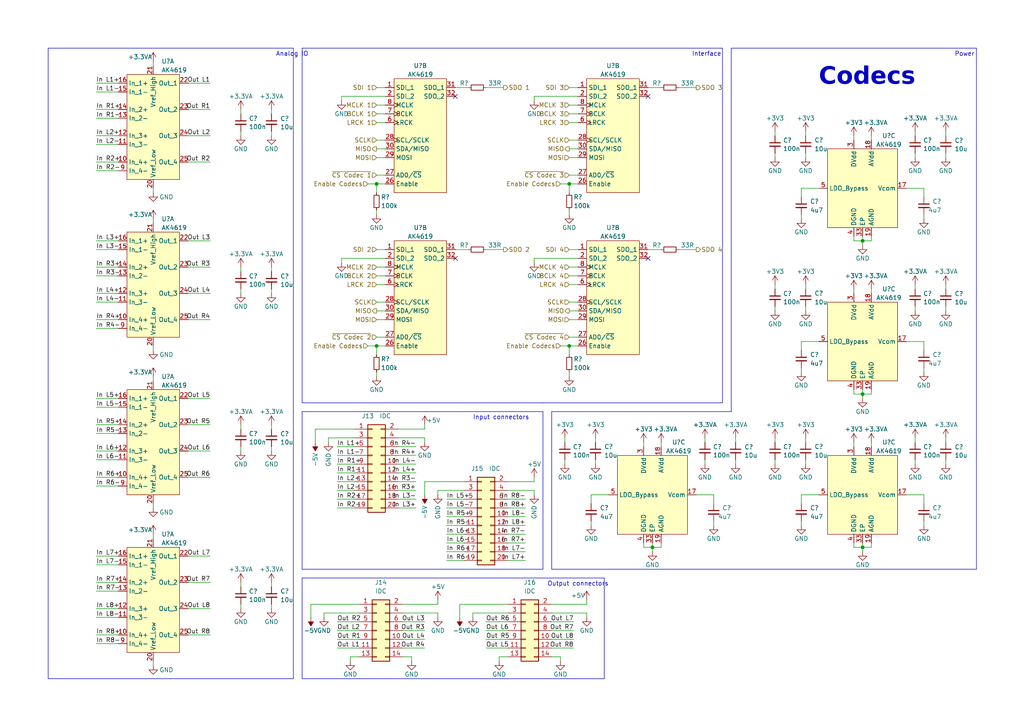
<source format=kicad_sch>
(kicad_sch (version 20230121) (generator eeschema)
  (paper "A4")
  (title_block (title "SmallDSP Maxi") (date "2023-11-06") (rev "1.0") (company "Till Heuer"))
  (junction (at 250.19 114.3))
  (junction (at 165.1 100.33))
  (junction (at 109.22 100.33))
  (junction (at 165.1 53.34))
  (junction (at 109.22 53.34))
  (junction (at 250.19 69.85))
  (junction (at 189.23 158.75))
  (junction (at 250.19 158.75))
  (no_connect (at 132.08 27.94))
  (no_connect (at 187.96 74.93))
  (no_connect (at 187.96 27.94))
  (no_connect (at 132.08 74.93))
  (wire (pts (xy 233.68 82.55) (xy 233.68 83.82)))
  (wire (pts (xy 165.1 97.79) (xy 167.64 97.79)))
  (wire (pts (xy 129.54 147.32) (xy 134.62 147.32)))
  (wire (pts (xy 44.45 193.04) (xy 44.45 191.77)))
  (wire (pts (xy 54.61 69.85) (xy 60.96 69.85)))
  (wire (pts (xy 44.45 147.32) (xy 44.45 146.05)))
  (wire (pts (xy 189.23 158.75) (xy 186.69 158.75)))
  (wire (pts (xy 154.94 139.7) (xy 154.94 138.43)))
  (wire (pts (xy 160.02 180.34) (xy 166.37 180.34)))
  (wire (pts (xy 191.77 72.39) (xy 187.96 72.39)))
  (wire (pts (xy 134.62 142.24) (xy 127 142.24)))
  (wire (pts (xy 54.61 77.47) (xy 60.96 77.47)))
  (wire (pts (xy 252.73 69.85) (xy 250.19 69.85)))
  (wire (pts (xy 91.44 124.46) (xy 102.87 124.46)))
  (wire (pts (xy 27.94 161.29) (xy 34.29 161.29)))
  (wire (pts (xy 134.62 157.48) (xy 129.54 157.48)))
  (wire (pts (xy 137.16 177.8) (xy 137.16 179.07)))
  (wire (pts (xy 189.23 158.75) (xy 189.23 160.02)))
  (wire (pts (xy 109.22 97.79) (xy 111.76 97.79)))
  (wire (pts (xy 224.79 133.35) (xy 224.79 134.62)))
  (wire (pts (xy 27.94 39.37) (xy 34.29 39.37)))
  (wire (pts (xy 163.83 127) (xy 163.83 128.27)))
  (wire (pts (xy 189.23 157.48) (xy 189.23 158.75)))
  (wire (pts (xy 191.77 158.75) (xy 189.23 158.75)))
  (wire (pts (xy 163.83 133.35) (xy 163.83 134.62)))
  (wire (pts (xy 250.19 114.3) (xy 247.65 114.3)))
  (wire (pts (xy 93.98 177.8) (xy 104.14 177.8)))
  (wire (pts (xy 165.1 40.64) (xy 167.64 40.64)))
  (polyline (pts (xy 13.97 13.97) (xy 85.09 13.97)))
  (wire (pts (xy 97.79 187.96) (xy 104.14 187.96)))
  (wire (pts (xy 78.74 168.91) (xy 78.74 170.18)))
  (wire (pts (xy 97.79 182.88) (xy 104.14 182.88)))
  (wire (pts (xy 267.97 62.23) (xy 267.97 63.5)))
  (wire (pts (xy 160.02 185.42) (xy 166.37 185.42)))
  (polyline (pts (xy 160.02 119.38) (xy 212.09 119.38)))
  (wire (pts (xy 69.85 83.82) (xy 69.85 85.09)))
  (polyline (pts (xy 212.09 13.97) (xy 212.09 119.38)))
  (wire (pts (xy 78.74 83.82) (xy 78.74 85.09)))
  (wire (pts (xy 160.02 177.8) (xy 170.18 177.8)))
  (wire (pts (xy 165.1 92.71) (xy 167.64 92.71)))
  (wire (pts (xy 27.94 69.85) (xy 34.29 69.85)))
  (wire (pts (xy 247.65 158.75) (xy 247.65 157.48)))
  (wire (pts (xy 106.68 100.33) (xy 109.22 100.33)))
  (wire (pts (xy 165.1 53.34) (xy 165.1 55.88)))
  (wire (pts (xy 186.69 128.27) (xy 186.69 129.54)))
  (polyline (pts (xy 283.21 13.97) (xy 283.21 165.1)))
  (wire (pts (xy 232.41 54.61) (xy 232.41 57.15)))
  (wire (pts (xy 165.1 25.4) (xy 167.64 25.4)))
  (wire (pts (xy 176.53 143.51) (xy 171.45 143.51)))
  (wire (pts (xy 213.36 133.35) (xy 213.36 134.62)))
  (wire (pts (xy 116.84 180.34) (xy 123.19 180.34)))
  (wire (pts (xy 247.65 128.27) (xy 247.65 129.54)))
  (wire (pts (xy 237.49 54.61) (xy 232.41 54.61)))
  (polyline (pts (xy 209.55 116.84) (xy 209.55 13.97)))
  (wire (pts (xy 109.22 77.47) (xy 111.76 77.47)))
  (wire (pts (xy 247.65 69.85) (xy 247.65 68.58)))
  (wire (pts (xy 172.72 133.35) (xy 172.72 134.62)))
  (wire (pts (xy 102.87 129.54) (xy 97.79 129.54)))
  (wire (pts (xy 274.32 127) (xy 274.32 128.27)))
  (wire (pts (xy 162.56 190.5) (xy 160.02 190.5)))
  (wire (pts (xy 91.44 124.46) (xy 91.44 128.27)))
  (wire (pts (xy 109.22 72.39) (xy 111.76 72.39)))
  (wire (pts (xy 54.61 92.71) (xy 60.96 92.71)))
  (wire (pts (xy 27.94 179.07) (xy 34.29 179.07)))
  (wire (pts (xy 147.32 160.02) (xy 152.4 160.02)))
  (wire (pts (xy 267.97 151.13) (xy 267.97 152.4)))
  (wire (pts (xy 252.73 68.58) (xy 252.73 69.85)))
  (wire (pts (xy 97.79 185.42) (xy 104.14 185.42)))
  (wire (pts (xy 27.94 92.71) (xy 34.29 92.71)))
  (wire (pts (xy 123.19 127) (xy 123.19 128.27)))
  (wire (pts (xy 69.85 129.54) (xy 69.85 130.81)))
  (wire (pts (xy 165.1 100.33) (xy 165.1 102.87)))
  (wire (pts (xy 102.87 147.32) (xy 97.79 147.32)))
  (wire (pts (xy 140.97 185.42) (xy 147.32 185.42)))
  (wire (pts (xy 78.74 77.47) (xy 78.74 78.74)))
  (wire (pts (xy 267.97 99.06) (xy 267.97 101.6)))
  (wire (pts (xy 133.35 175.26) (xy 133.35 179.07)))
  (wire (pts (xy 116.84 185.42) (xy 123.19 185.42)))
  (wire (pts (xy 133.35 175.26) (xy 147.32 175.26)))
  (wire (pts (xy 109.22 50.8) (xy 111.76 50.8)))
  (wire (pts (xy 127 142.24) (xy 127 143.51)))
  (wire (pts (xy 54.61 176.53) (xy 60.96 176.53)))
  (wire (pts (xy 252.73 83.82) (xy 252.73 85.09)))
  (wire (pts (xy 95.25 127) (xy 95.25 128.27)))
  (wire (pts (xy 69.85 31.75) (xy 69.85 33.02)))
  (wire (pts (xy 27.94 186.69) (xy 34.29 186.69)))
  (wire (pts (xy 93.98 177.8) (xy 93.98 179.07)))
  (wire (pts (xy 129.54 144.78) (xy 134.62 144.78)))
  (polyline (pts (xy 160.02 165.1) (xy 160.02 119.38)))
  (wire (pts (xy 102.87 132.08) (xy 97.79 132.08)))
  (wire (pts (xy 160.02 182.88) (xy 166.37 182.88)))
  (wire (pts (xy 109.22 60.96) (xy 109.22 62.23)))
  (wire (pts (xy 27.94 138.43) (xy 34.29 138.43)))
  (wire (pts (xy 252.73 114.3) (xy 250.19 114.3)))
  (wire (pts (xy 162.56 190.5) (xy 162.56 191.77)))
  (wire (pts (xy 69.85 123.19) (xy 69.85 124.46)))
  (wire (pts (xy 78.74 129.54) (xy 78.74 130.81)))
  (wire (pts (xy 267.97 106.68) (xy 267.97 107.95)))
  (wire (pts (xy 165.1 87.63) (xy 167.64 87.63)))
  (polyline (pts (xy 13.97 13.97) (xy 13.97 196.85)))
  (wire (pts (xy 111.76 53.34) (xy 109.22 53.34)))
  (wire (pts (xy 44.45 101.6) (xy 44.45 100.33)))
  (wire (pts (xy 167.64 100.33) (xy 165.1 100.33)))
  (wire (pts (xy 135.89 25.4) (xy 132.08 25.4)))
  (wire (pts (xy 69.85 77.47) (xy 69.85 78.74)))
  (wire (pts (xy 147.32 149.86) (xy 152.4 149.86)))
  (wire (pts (xy 99.06 74.93) (xy 99.06 76.2)))
  (wire (pts (xy 207.01 143.51) (xy 207.01 146.05)))
  (wire (pts (xy 106.68 53.34) (xy 109.22 53.34)))
  (wire (pts (xy 250.19 158.75) (xy 247.65 158.75)))
  (wire (pts (xy 101.6 190.5) (xy 101.6 191.77)))
  (wire (pts (xy 27.94 123.19) (xy 34.29 123.19)))
  (wire (pts (xy 140.97 72.39) (xy 146.05 72.39)))
  (wire (pts (xy 116.84 177.8) (xy 127 177.8)))
  (wire (pts (xy 250.19 158.75) (xy 250.19 160.02)))
  (wire (pts (xy 102.87 144.78) (xy 97.79 144.78)))
  (wire (pts (xy 116.84 175.26) (xy 127 175.26)))
  (wire (pts (xy 54.61 123.19) (xy 60.96 123.19)))
  (wire (pts (xy 27.94 77.47) (xy 34.29 77.47)))
  (wire (pts (xy 154.94 27.94) (xy 167.64 27.94)))
  (wire (pts (xy 262.89 143.51) (xy 267.97 143.51)))
  (wire (pts (xy 99.06 27.94) (xy 111.76 27.94)))
  (wire (pts (xy 78.74 123.19) (xy 78.74 124.46)))
  (wire (pts (xy 147.32 144.78) (xy 152.4 144.78)))
  (wire (pts (xy 109.22 43.18) (xy 111.76 43.18)))
  (wire (pts (xy 252.73 157.48) (xy 252.73 158.75)))
  (wire (pts (xy 27.94 49.53) (xy 34.29 49.53)))
  (wire (pts (xy 191.77 157.48) (xy 191.77 158.75)))
  (wire (pts (xy 78.74 38.1) (xy 78.74 39.37)))
  (wire (pts (xy 252.73 128.27) (xy 252.73 129.54)))
  (wire (pts (xy 147.32 147.32) (xy 152.4 147.32)))
  (wire (pts (xy 274.32 38.1) (xy 274.32 39.37)))
  (wire (pts (xy 123.19 139.7) (xy 134.62 139.7)))
  (wire (pts (xy 27.94 46.99) (xy 34.29 46.99)))
  (wire (pts (xy 165.1 82.55) (xy 167.64 82.55)))
  (wire (pts (xy 135.89 72.39) (xy 132.08 72.39)))
  (wire (pts (xy 162.56 53.34) (xy 165.1 53.34)))
  (wire (pts (xy 109.22 45.72) (xy 111.76 45.72)))
  (wire (pts (xy 111.76 100.33) (xy 109.22 100.33)))
  (wire (pts (xy 207.01 151.13) (xy 207.01 152.4)))
  (polyline (pts (xy 87.63 167.64) (xy 175.26 167.64)))
  (wire (pts (xy 250.19 157.48) (xy 250.19 158.75)))
  (wire (pts (xy 171.45 151.13) (xy 171.45 152.4)))
  (wire (pts (xy 69.85 168.91) (xy 69.85 170.18)))
  (wire (pts (xy 90.17 175.26) (xy 90.17 179.07)))
  (wire (pts (xy 165.1 90.17) (xy 167.64 90.17)))
  (wire (pts (xy 54.61 85.09) (xy 60.96 85.09)))
  (polyline (pts (xy 85.09 13.97) (xy 85.09 119.38)))
  (wire (pts (xy 109.22 87.63) (xy 111.76 87.63)))
  (polyline (pts (xy 157.48 116.84) (xy 157.48 116.84)))
  (polyline (pts (xy 175.26 196.85) (xy 175.26 167.64)))
  (wire (pts (xy 233.68 38.1) (xy 233.68 39.37)))
  (wire (pts (xy 237.49 99.06) (xy 232.41 99.06)))
  (wire (pts (xy 167.64 53.34) (xy 165.1 53.34)))
  (wire (pts (xy 99.06 74.93) (xy 111.76 74.93)))
  (polyline (pts (xy 85.09 119.38) (xy 85.09 196.85)))
  (wire (pts (xy 101.6 190.5) (xy 104.14 190.5)))
  (wire (pts (xy 160.02 175.26) (xy 170.18 175.26)))
  (wire (pts (xy 115.57 127) (xy 123.19 127)))
  (polyline (pts (xy 85.09 119.38) (xy 85.09 119.38)))
  (wire (pts (xy 232.41 143.51) (xy 232.41 146.05)))
  (wire (pts (xy 196.85 25.4) (xy 201.93 25.4)))
  (wire (pts (xy 165.1 107.95) (xy 165.1 109.22)))
  (wire (pts (xy 109.22 107.95) (xy 109.22 109.22)))
  (wire (pts (xy 224.79 82.55) (xy 224.79 83.82)))
  (wire (pts (xy 44.45 55.88) (xy 44.45 54.61)))
  (wire (pts (xy 54.61 130.81) (xy 60.96 130.81)))
  (wire (pts (xy 102.87 139.7) (xy 97.79 139.7)))
  (wire (pts (xy 102.87 142.24) (xy 97.79 142.24)))
  (wire (pts (xy 252.73 39.37) (xy 252.73 40.64)))
  (wire (pts (xy 262.89 99.06) (xy 267.97 99.06)))
  (wire (pts (xy 27.94 85.09) (xy 34.29 85.09)))
  (wire (pts (xy 109.22 100.33) (xy 109.22 102.87)))
  (wire (pts (xy 115.57 144.78) (xy 120.65 144.78)))
  (wire (pts (xy 116.84 187.96) (xy 123.19 187.96)))
  (wire (pts (xy 274.32 82.55) (xy 274.32 83.82)))
  (wire (pts (xy 54.61 115.57) (xy 60.96 115.57)))
  (wire (pts (xy 224.79 88.9) (xy 224.79 90.17)))
  (wire (pts (xy 140.97 180.34) (xy 147.32 180.34)))
  (wire (pts (xy 147.32 157.48) (xy 152.4 157.48)))
  (wire (pts (xy 27.94 34.29) (xy 34.29 34.29)))
  (wire (pts (xy 165.1 77.47) (xy 167.64 77.47)))
  (wire (pts (xy 78.74 31.75) (xy 78.74 33.02)))
  (wire (pts (xy 232.41 106.68) (xy 232.41 107.95)))
  (wire (pts (xy 154.94 27.94) (xy 154.94 29.21)))
  (wire (pts (xy 134.62 154.94) (xy 129.54 154.94)))
  (wire (pts (xy 115.57 129.54) (xy 120.65 129.54)))
  (wire (pts (xy 134.62 162.56) (xy 129.54 162.56)))
  (wire (pts (xy 134.62 152.4) (xy 129.54 152.4)))
  (wire (pts (xy 165.1 72.39) (xy 167.64 72.39)))
  (wire (pts (xy 27.94 80.01) (xy 34.29 80.01)))
  (wire (pts (xy 147.32 142.24) (xy 154.94 142.24)))
  (wire (pts (xy 147.32 139.7) (xy 154.94 139.7)))
  (wire (pts (xy 170.18 177.8) (xy 170.18 179.07)))
  (polyline (pts (xy 87.63 13.97) (xy 209.55 13.97)))
  (wire (pts (xy 99.06 27.94) (xy 99.06 29.21)))
  (wire (pts (xy 115.57 137.16) (xy 120.65 137.16)))
  (wire (pts (xy 134.62 160.02) (xy 129.54 160.02)))
  (wire (pts (xy 109.22 40.64) (xy 111.76 40.64)))
  (wire (pts (xy 144.78 190.5) (xy 144.78 191.77)))
  (wire (pts (xy 69.85 38.1) (xy 69.85 39.37)))
  (wire (pts (xy 191.77 25.4) (xy 187.96 25.4)))
  (wire (pts (xy 265.43 82.55) (xy 265.43 83.82)))
  (wire (pts (xy 27.94 31.75) (xy 34.29 31.75)))
  (wire (pts (xy 116.84 182.88) (xy 123.19 182.88)))
  (wire (pts (xy 147.32 154.94) (xy 152.4 154.94)))
  (wire (pts (xy 140.97 25.4) (xy 146.05 25.4)))
  (wire (pts (xy 140.97 182.88) (xy 147.32 182.88)))
  (wire (pts (xy 109.22 25.4) (xy 111.76 25.4)))
  (wire (pts (xy 27.94 24.13) (xy 34.29 24.13)))
  (wire (pts (xy 147.32 162.56) (xy 152.4 162.56)))
  (wire (pts (xy 170.18 175.26) (xy 170.18 173.99)))
  (wire (pts (xy 97.79 180.34) (xy 104.14 180.34)))
  (wire (pts (xy 44.45 109.22) (xy 44.45 110.49)))
  (wire (pts (xy 247.65 114.3) (xy 247.65 113.03)))
  (polyline (pts (xy 157.48 165.1) (xy 87.63 165.1)))
  (polyline (pts (xy 87.63 119.38) (xy 87.63 165.1)))
  (wire (pts (xy 115.57 147.32) (xy 120.65 147.32)))
  (wire (pts (xy 27.94 125.73) (xy 34.29 125.73)))
  (wire (pts (xy 27.94 26.67) (xy 34.29 26.67)))
  (wire (pts (xy 191.77 128.27) (xy 191.77 129.54)))
  (wire (pts (xy 134.62 149.86) (xy 129.54 149.86)))
  (polyline (pts (xy 87.63 196.85) (xy 175.26 196.85)))
  (wire (pts (xy 27.94 171.45) (xy 34.29 171.45)))
  (wire (pts (xy 27.94 133.35) (xy 34.29 133.35)))
  (wire (pts (xy 109.22 35.56) (xy 111.76 35.56)))
  (wire (pts (xy 123.19 124.46) (xy 123.19 123.19)))
  (wire (pts (xy 265.43 127) (xy 265.43 128.27)))
  (wire (pts (xy 171.45 143.51) (xy 171.45 146.05)))
  (wire (pts (xy 27.94 41.91) (xy 34.29 41.91)))
  (wire (pts (xy 27.94 72.39) (xy 34.29 72.39)))
  (wire (pts (xy 54.61 184.15) (xy 60.96 184.15)))
  (wire (pts (xy 274.32 44.45) (xy 274.32 45.72)))
  (wire (pts (xy 78.74 175.26) (xy 78.74 176.53)))
  (wire (pts (xy 115.57 142.24) (xy 120.65 142.24)))
  (wire (pts (xy 69.85 175.26) (xy 69.85 176.53)))
  (wire (pts (xy 154.94 74.93) (xy 167.64 74.93)))
  (wire (pts (xy 127 177.8) (xy 127 179.07)))
  (wire (pts (xy 27.94 95.25) (xy 34.29 95.25)))
  (polyline (pts (xy 85.09 196.85) (xy 13.97 196.85)))
  (wire (pts (xy 54.61 168.91) (xy 60.96 168.91)))
  (wire (pts (xy 147.32 152.4) (xy 152.4 152.4)))
  (wire (pts (xy 27.94 115.57) (xy 34.29 115.57)))
  (wire (pts (xy 224.79 38.1) (xy 224.79 39.37)))
  (wire (pts (xy 27.94 140.97) (xy 34.29 140.97)))
  (wire (pts (xy 109.22 30.48) (xy 111.76 30.48)))
  (wire (pts (xy 252.73 113.03) (xy 252.73 114.3)))
  (wire (pts (xy 267.97 143.51) (xy 267.97 146.05)))
  (polyline (pts (xy 87.63 13.97) (xy 87.63 116.84)))
  (wire (pts (xy 232.41 151.13) (xy 232.41 152.4)))
  (wire (pts (xy 102.87 134.62) (xy 97.79 134.62)))
  (wire (pts (xy 44.45 63.5) (xy 44.45 64.77)))
  (wire (pts (xy 274.32 133.35) (xy 274.32 134.62)))
  (wire (pts (xy 144.78 190.5) (xy 147.32 190.5)))
  (wire (pts (xy 165.1 43.18) (xy 167.64 43.18)))
  (wire (pts (xy 265.43 44.45) (xy 265.43 45.72)))
  (wire (pts (xy 233.68 88.9) (xy 233.68 90.17)))
  (polyline (pts (xy 283.21 165.1) (xy 160.02 165.1)))
  (wire (pts (xy 250.19 114.3) (xy 250.19 115.57)))
  (polyline (pts (xy 212.09 13.97) (xy 283.21 13.97)))
  (wire (pts (xy 186.69 158.75) (xy 186.69 157.48)))
  (wire (pts (xy 44.45 17.78) (xy 44.45 19.05)))
  (wire (pts (xy 274.32 88.9) (xy 274.32 90.17)))
  (wire (pts (xy 54.61 31.75) (xy 60.96 31.75)))
  (wire (pts (xy 267.97 54.61) (xy 267.97 57.15)))
  (wire (pts (xy 233.68 133.35) (xy 233.68 134.62)))
  (wire (pts (xy 115.57 132.08) (xy 120.65 132.08)))
  (wire (pts (xy 27.94 176.53) (xy 34.29 176.53)))
  (wire (pts (xy 204.47 133.35) (xy 204.47 134.62)))
  (wire (pts (xy 54.61 46.99) (xy 60.96 46.99)))
  (wire (pts (xy 252.73 158.75) (xy 250.19 158.75)))
  (wire (pts (xy 232.41 62.23) (xy 232.41 63.5)))
  (wire (pts (xy 165.1 30.48) (xy 167.64 30.48)))
  (wire (pts (xy 250.19 68.58) (xy 250.19 69.85)))
  (wire (pts (xy 160.02 187.96) (xy 166.37 187.96)))
  (wire (pts (xy 115.57 124.46) (xy 123.19 124.46)))
  (wire (pts (xy 109.22 80.01) (xy 111.76 80.01)))
  (wire (pts (xy 27.94 130.81) (xy 34.29 130.81)))
  (wire (pts (xy 165.1 35.56) (xy 167.64 35.56)))
  (wire (pts (xy 109.22 53.34) (xy 109.22 55.88)))
  (wire (pts (xy 27.94 87.63) (xy 34.29 87.63)))
  (wire (pts (xy 102.87 137.16) (xy 97.79 137.16)))
  (wire (pts (xy 123.19 139.7) (xy 123.19 143.51)))
  (wire (pts (xy 54.61 24.13) (xy 60.96 24.13)))
  (wire (pts (xy 109.22 82.55) (xy 111.76 82.55)))
  (wire (pts (xy 27.94 168.91) (xy 34.29 168.91)))
  (wire (pts (xy 119.38 190.5) (xy 116.84 190.5)))
  (wire (pts (xy 250.19 69.85) (xy 247.65 69.85)))
  (polyline (pts (xy 157.48 119.38) (xy 157.48 165.1)))
  (wire (pts (xy 237.49 143.51) (xy 232.41 143.51)))
  (wire (pts (xy 262.89 54.61) (xy 267.97 54.61)))
  (wire (pts (xy 154.94 142.24) (xy 154.94 143.51)))
  (wire (pts (xy 154.94 74.93) (xy 154.94 76.2)))
  (wire (pts (xy 247.65 39.37) (xy 247.65 40.64)))
  (wire (pts (xy 119.38 190.5) (xy 119.38 191.77)))
  (wire (pts (xy 109.22 92.71) (xy 111.76 92.71)))
  (wire (pts (xy 54.61 138.43) (xy 60.96 138.43)))
  (wire (pts (xy 250.19 113.03) (xy 250.19 114.3)))
  (wire (pts (xy 265.43 133.35) (xy 265.43 134.62)))
  (polyline (pts (xy 87.63 116.84) (xy 157.48 116.84)))
  (wire (pts (xy 213.36 127) (xy 213.36 128.27)))
  (wire (pts (xy 165.1 60.96) (xy 165.1 62.23)))
  (wire (pts (xy 265.43 88.9) (xy 265.43 90.17)))
  (wire (pts (xy 196.85 72.39) (xy 201.93 72.39)))
  (wire (pts (xy 115.57 139.7) (xy 120.65 139.7)))
  (wire (pts (xy 109.22 33.02) (xy 111.76 33.02)))
  (wire (pts (xy 102.87 127) (xy 95.25 127)))
  (wire (pts (xy 27.94 163.83) (xy 34.29 163.83)))
  (wire (pts (xy 224.79 127) (xy 224.79 128.27)))
  (polyline (pts (xy 157.48 116.84) (xy 209.55 116.84)))
  (wire (pts (xy 165.1 50.8) (xy 167.64 50.8)))
  (wire (pts (xy 250.19 69.85) (xy 250.19 71.12)))
  (wire (pts (xy 232.41 99.06) (xy 232.41 101.6)))
  (wire (pts (xy 90.17 175.26) (xy 104.14 175.26)))
  (wire (pts (xy 233.68 44.45) (xy 233.68 45.72)))
  (wire (pts (xy 27.94 184.15) (xy 34.29 184.15)))
  (wire (pts (xy 165.1 80.01) (xy 167.64 80.01)))
  (wire (pts (xy 162.56 100.33) (xy 165.1 100.33)))
  (wire (pts (xy 109.22 90.17) (xy 111.76 90.17)))
  (wire (pts (xy 204.47 127) (xy 204.47 128.27)))
  (wire (pts (xy 127 175.26) (xy 127 173.99)))
  (wire (pts (xy 247.65 83.82) (xy 247.65 85.09)))
  (wire (pts (xy 165.1 45.72) (xy 167.64 45.72)))
  (wire (pts (xy 201.93 143.51) (xy 207.01 143.51)))
  (polyline (pts (xy 87.63 119.38) (xy 157.48 119.38)))
  (wire (pts (xy 44.45 154.94) (xy 44.45 156.21)))
  (wire (pts (xy 172.72 127) (xy 172.72 128.27)))
  (wire (pts (xy 27.94 118.11) (xy 34.29 118.11)))
  (wire (pts (xy 265.43 38.1) (xy 265.43 39.37)))
  (wire (pts (xy 54.61 39.37) (xy 60.96 39.37)))
  (wire (pts (xy 54.61 161.29) (xy 60.96 161.29)))
  (wire (pts (xy 165.1 33.02) (xy 167.64 33.02)))
  (wire (pts (xy 224.79 44.45) (xy 224.79 45.72)))
  (wire (pts (xy 140.97 187.96) (xy 147.32 187.96)))
  (wire (pts (xy 233.68 127) (xy 233.68 128.27)))
  (polyline (pts (xy 87.63 167.64) (xy 87.63 196.85)))
  (wire (pts (xy 115.57 134.62) (xy 120.65 134.62)))
  (wire (pts (xy 137.16 177.8) (xy 147.32 177.8)))
  (text "Output connectors" (at 158.75 170.18 0) (effects (font (size 1.27 1.27)) (justify left bottom)))
  (text "Power" (at 276.86 16.51 0) (effects (font (size 1.27 1.27)) (justify left bottom)))
  (text "Codecs" (at 237.49 26.67 0) (effects (font (size 5 5) (thickness 1) bold) (justify left bottom)))
  (text "Input connectors" (at 137.16 121.92 0) (effects (font (size 1.27 1.27)) (justify left bottom)))
  (text "Analog IO" (at 80.01 16.51 0) (effects (font (size 1.27 1.27)) (justify left bottom)))
  (text "Interface" (at 200.66 16.51 0) (effects (font (size 1.27 1.27)) (justify left bottom)))
  (label "In L5+" (at 129.54 144.78 0))
  (label "In R8-" (at 27.94 186.69 0))
  (label "In R1-" (at 97.79 137.16 0))
  (label "In L1+" (at 97.79 129.54 0))
  (label "In R3+" (at 120.65 142.24 180))
  (label "Out R5" (at 60.96 123.19 180))
  (label "In R7+" (at 27.94 168.91 0))
  (label "In L2-" (at 27.94 41.91 0))
  (label "Out L8" (at 166.37 185.42 180))
  (label "Out R6" (at 60.96 138.43 180))
  (label "In R2-" (at 27.94 49.53 0))
  (label "In R2+" (at 97.79 144.78 0))
  (label "In L3+" (at 120.65 147.32 180))
  (label "Out R8" (at 60.96 184.15 180))
  (label "Out L5" (at 140.97 187.96 0))
  (label "In R8-" (at 152.4 144.78 180))
  (label "In L8+" (at 152.4 152.4 180))
  (label "In R2-" (at 97.79 147.32 0))
  (label "Out R3" (at 123.19 182.88 180))
  (label "In L4-" (at 27.94 87.63 0))
  (label "Out R4" (at 60.96 92.71 180))
  (label "Out R7" (at 60.96 168.91 180))
  (label "In R7+" (at 152.4 157.48 180))
  (label "In R4+" (at 120.65 132.08 180))
  (label "Out L7" (at 60.96 161.29 180))
  (label "In R4-" (at 120.65 129.54 180))
  (label "Out L2" (at 60.96 39.37 180))
  (label "Out R1" (at 97.79 185.42 0))
  (label "Out L6" (at 140.97 182.88 0))
  (label "In R4-" (at 27.94 95.25 0))
  (label "In L6+" (at 27.94 130.81 0))
  (label "In L3-" (at 120.65 144.78 180))
  (label "Out R7" (at 166.37 182.88 180))
  (label "In R8+" (at 152.4 147.32 180))
  (label "In R6+" (at 27.94 138.43 0))
  (label "In R4+" (at 27.94 92.71 0))
  (label "In L7+" (at 152.4 162.56 180))
  (label "Out L5" (at 60.96 115.57 180))
  (label "Out R2" (at 60.96 46.99 180))
  (label "Out R6" (at 140.97 180.34 0))
  (label "Out R5" (at 140.97 185.42 0))
  (label "Out L2" (at 97.79 182.88 0))
  (label "In R6-" (at 129.54 162.56 0))
  (label "In L8+" (at 27.94 176.53 0))
  (label "In L6-" (at 129.54 157.48 0))
  (label "Out R3" (at 60.96 77.47 180))
  (label "In R3+" (at 27.94 77.47 0))
  (label "In L5-" (at 129.54 147.32 0))
  (label "In R1+" (at 97.79 134.62 0))
  (label "In R7-" (at 152.4 154.94 180))
  (label "In R8+" (at 27.94 184.15 0))
  (label "In R6-" (at 27.94 140.97 0))
  (label "In L1-" (at 97.79 132.08 0))
  (label "In L7+" (at 27.94 161.29 0))
  (label "Out L7" (at 166.37 180.34 180))
  (label "In L7-" (at 27.94 163.83 0))
  (label "In R6+" (at 129.54 160.02 0))
  (label "Out L4" (at 60.96 85.09 180))
  (label "In L6+" (at 129.54 154.94 0))
  (label "In L5-" (at 27.94 118.11 0))
  (label "In R1+" (at 27.94 31.75 0))
  (label "Out L1" (at 97.79 187.96 0))
  (label "In L8-" (at 152.4 149.86 180))
  (label "In L4-" (at 120.65 134.62 180))
  (label "In L3+" (at 27.94 69.85 0))
  (label "Out R4" (at 123.19 187.96 180))
  (label "In L7-" (at 152.4 160.02 180))
  (label "Out L3" (at 60.96 69.85 180))
  (label "In L2+" (at 97.79 139.7 0))
  (label "Out L1" (at 60.96 24.13 180))
  (label "Out R1" (at 60.96 31.75 180))
  (label "In R5-" (at 27.94 125.73 0))
  (label "In R3-" (at 120.65 139.7 180))
  (label "In R5+" (at 129.54 149.86 0))
  (label "In L1+" (at 27.94 24.13 0))
  (label "In L8-" (at 27.94 179.07 0))
  (label "Out L3" (at 123.19 180.34 180))
  (label "In L2-" (at 97.79 142.24 0))
  (label "In L5+" (at 27.94 115.57 0))
  (label "In R1-" (at 27.94 34.29 0))
  (label "In L3-" (at 27.94 72.39 0))
  (label "In R7-" (at 27.94 171.45 0))
  (label "Out L4" (at 123.19 185.42 180))
  (label "In R5-" (at 129.54 152.4 0))
  (label "Out R2" (at 97.79 180.34 0))
  (label "In L4+" (at 27.94 85.09 0))
  (label "In R2+" (at 27.94 46.99 0))
  (label "In R5+" (at 27.94 123.19 0))
  (label "In L4+" (at 120.65 137.16 180))
  (label "In R3-" (at 27.94 80.01 0))
  (label "In L1-" (at 27.94 26.67 0))
  (label "Out L6" (at 60.96 130.81 180))
  (label "In L2+" (at 27.94 39.37 0))
  (label "In L6-" (at 27.94 133.35 0))
  (label "Out L8" (at 60.96 176.53 180))
  (label "Out R8" (at 166.37 187.96 180))
  (hierarchical_label "SDI 1" (shape input) (at 109.22 25.4 180))
  (hierarchical_label "MISO" (shape output) (at 165.1 43.18 180))
  (hierarchical_label "~{CS Codec 2}" (shape input) (at 109.22 97.79 180))
  (hierarchical_label "SDO 4" (shape output) (at 201.93 72.39 0))
  (hierarchical_label "MOSI" (shape input) (at 165.1 45.72 180))
  (hierarchical_label "~{CS Codec 4}" (shape input) (at 165.1 97.79 180))
  (hierarchical_label "Enable Codecs" (shape input) (at 106.68 100.33 180))
  (hierarchical_label "MCLK 1" (shape input) (at 109.22 30.48 180))
  (hierarchical_label "MOSI" (shape input) (at 109.22 92.71 180))
  (hierarchical_label "SDO 1" (shape output) (at 146.05 25.4 0))
  (hierarchical_label "MISO" (shape output) (at 165.1 90.17 180))
  (hierarchical_label "SDO 2" (shape output) (at 146.05 72.39 0))
  (hierarchical_label "MCLK 4" (shape input) (at 165.1 77.47 180))
  (hierarchical_label "LRCK 4" (shape input) (at 165.1 82.55 180))
  (hierarchical_label "MOSI" (shape input) (at 109.22 45.72 180))
  (hierarchical_label "Enable Codecs" (shape input) (at 106.68 53.34 180))
  (hierarchical_label "BCLK 1" (shape input) (at 109.22 33.02 180))
  (hierarchical_label "Enable Codecs" (shape input) (at 162.56 53.34 180))
  (hierarchical_label "BCLK 2" (shape input) (at 109.22 80.01 180))
  (hierarchical_label "LRCK 3" (shape input) (at 165.1 35.56 180))
  (hierarchical_label "LRCK 1" (shape input) (at 109.22 35.56 180))
  (hierarchical_label "SCLK" (shape input) (at 109.22 87.63 180))
  (hierarchical_label "MCLK 2" (shape input) (at 109.22 77.47 180))
  (hierarchical_label "SCLK" (shape input) (at 109.22 40.64 180))
  (hierarchical_label "SCLK" (shape input) (at 165.1 87.63 180))
  (hierarchical_label "BCLK 4" (shape input) (at 165.1 80.01 180))
  (hierarchical_label "SDO 3" (shape output) (at 201.93 25.4 0))
  (hierarchical_label "MISO" (shape output) (at 109.22 90.17 180))
  (hierarchical_label "~{CS Codec 3}" (shape input) (at 165.1 50.8 180))
  (hierarchical_label "SDI 4" (shape input) (at 165.1 72.39 180))
  (hierarchical_label "MOSI" (shape input) (at 165.1 92.71 180))
  (hierarchical_label "SCLK" (shape input) (at 165.1 40.64 180))
  (hierarchical_label "SDI 2" (shape input) (at 109.22 72.39 180))
  (hierarchical_label "Enable Codecs" (shape input) (at 162.56 100.33 180))
  (hierarchical_label "SDI 3" (shape input) (at 165.1 25.4 180))
  (hierarchical_label "BCLK 3" (shape input) (at 165.1 33.02 180))
  (hierarchical_label "LRCK 2" (shape input) (at 109.22 82.55 180))
  (hierarchical_label "~{CS Codec 1}" (shape input) (at 109.22 50.8 180))
  (hierarchical_label "MISO" (shape output) (at 109.22 43.18 180))
  (hierarchical_label "MCLK 3" (shape input) (at 165.1 30.48 180))
  (symbol (lib_id "power:-5V") (at 91.44 128.27 180) (unit 1)
    (property "Reference" "#PWR?" (effects hide))
    (property "Value" "-5V" (at 91.44 133.35 90))
    (instances (project "AudioInputPCB_Unbalanced" (path "" (reference "#PWR?") (unit 1))) (project "SmallDSPMaxi" (path "" (reference "#PWR0161") (unit 1)) (path "" (reference "#PWR0265") (unit 1))) (project "Analog_Input" (path "" (reference "#PWR?") (unit 1))))
  )
  (symbol (lib_id "power:GND") (at 213.36 134.62 0) (unit 1)
    (property "Reference" "#PWR?" (effects hide))
    (property "Value" "GND" (at 213.36 138.43 0))
    (instances (project "SmallDSPMaxi" (path "" (reference "#PWR?") (unit 1)) (path "" (reference "#PWR?") (unit 1)) (path "" (reference "#PWR0200") (unit 1)) (path "" (reference "#PWR0304") (unit 1))))
  )
  (symbol (lib_id "Device:C_Small") (at 265.43 86.36 0) (unit 1)
    (property "Reference" "C?" (at 267.7541 85.1542 0) (effects (justify left)))
    (property "Value" "100n" (at 267.7541 87.5784 0) (effects (justify left)))
    (property "Footprint" "Capacitor_SMD:C_0402_1005Metric" (effects hide))
    (property "Dielectric" "X7R" (effects hide))
    (property "Notes" "-25%@10VDC" (effects hide))
    (property "Rated Voltage" "50V" (effects hide))
    (property "Assembling" "X" (effects hide))
    (property "Manufacturer" "Samsung Electro-Mechanics" (effects hide))
    (property "Part Number" "CL05B104KB54PNC" (effects hide))
    (property "Tolerance" "10%" (effects hide))
    (property "LCSC Part #" "C307331" (effects hide))
    (instances (project "SmallDSPMaxi" (path "" (reference "C?") (unit 1)) (path "" (reference "C69") (unit 1)) (path "" (reference "C101") (unit 1))))
  )
  (symbol (lib_id "1_Project_Symbols:AK4619VN") (at 250.19 99.06 0) (unit 3)
    (property "Reference" "U?" (at 257.81 83.82 0))
    (property "Value" "AK4619" (at 257.81 86.36 0))
    (property "Footprint" "Package_DFN_QFN:QFN-32-1EP_5x5mm_P0.5mm_EP3.7x3.7mm_ThermalVias" (effects hide))
    (property "Manufacturer" "AKM(Asahi Kasei Microdevices)" (effects hide))
    (property "Part Number" "AK4619VN" (effects hide))
    (property "LCSC Part #" "-" (effects hide))
    (instances (project "SmallDSPMaxi" (path "" (reference "U?") (unit 3)) (path "" (reference "U9") (unit 3)) (path "" (reference "U13") (unit 3))))
  )
  (symbol (lib_id "power:GND") (at 172.72 134.62 0) (unit 1)
    (property "Reference" "#PWR?" (effects hide))
    (property "Value" "GND" (at 172.72 138.43 0))
    (instances (project "SmallDSPMaxi" (path "" (reference "#PWR?") (unit 1)) (path "" (reference "#PWR?") (unit 1)) (path "" (reference "#PWR0192") (unit 1)) (path "" (reference "#PWR0296") (unit 1))))
  )
  (symbol (lib_id "1_Project_Symbols:AK4619VN") (at 44.45 128.27 0) (unit 1)
    (property "Reference" "U?" (at 46.823 109.22 0) (effects (justify left)))
    (property "Value" "AK4619" (at 46.823 111.76 0) (effects (justify left)))
    (property "Footprint" "Package_DFN_QFN:QFN-32-1EP_5x5mm_P0.5mm_EP3.7x3.7mm_ThermalVias" (effects hide))
    (property "Manufacturer" "AKM(Asahi Kasei Microdevices)" (effects hide))
    (property "Part Number" "AK4619VN" (effects hide))
    (property "LCSC Part #" "-" (effects hide))
    (instances (project "SmallDSPMaxi" (path "" (reference "U?") (unit 1)) (path "" (reference "U9") (unit 1)) (path "" (reference "U13") (unit 1))))
  )
  (symbol (lib_id "power:+3.3VA") (at 191.77 128.27 0) (unit 1)
    (property "Reference" "#PWR?" (effects hide))
    (property "Value" "+3.3VA" (at 193.04 124.46 0))
    (instances (project "SmallDSPMaxi" (path "" (reference "#PWR?") (unit 1)) (path "" (reference "#PWR0195") (unit 1)) (path "" (reference "#PWR0299") (unit 1))))
  )
  (symbol (lib_id "power:GND") (at 265.43 90.17 0) (unit 1)
    (property "Reference" "#PWR?" (effects hide))
    (property "Value" "GND" (at 265.43 93.98 0))
    (instances (project "SmallDSPMaxi" (path "" (reference "#PWR?") (unit 1)) (path "" (reference "#PWR0228") (unit 1)) (path "" (reference "#PWR0332") (unit 1))))
  )
  (symbol (lib_id "power:+3.3VA") (at 78.74 123.19 0) (unit 1)
    (property "Reference" "#PWR?" (effects hide))
    (property "Value" "+3.3VA" (at 78.74 119.38 0))
    (instances (project "SmallDSPMaxi" (path "" (reference "#PWR?") (unit 1)) (path "" (reference "#PWR0156") (unit 1)) (path "" (reference "#PWR0260") (unit 1))))
  )
  (symbol (lib_id "power:+3V3") (at 233.68 38.1 0) (unit 1)
    (property "Reference" "#PWR?" (effects hide))
    (property "Value" "+3V3" (at 233.68 34.29 0))
    (instances (project "SmallDSPMaxi" (path "" (reference "#PWR?") (unit 1)) (path "" (reference "#PWR?") (unit 1)) (path "" (reference "#PWR0210") (unit 1)) (path "" (reference "#PWR0314") (unit 1))))
  )
  (symbol (lib_id "power:GND") (at 69.85 176.53 0) (unit 1)
    (property "Reference" "#PWR?" (effects hide))
    (property "Value" "GND" (at 69.85 180.34 0))
    (instances (project "SmallDSPMaxi" (path "" (reference "#PWR?") (unit 1)) (path "" (reference "#PWR0151") (unit 1)) (path "" (reference "#PWR0255") (unit 1))))
  )
  (symbol (lib_id "Device:C_Small") (at 233.68 130.81 0) (unit 1)
    (property "Reference" "C?" (at 236.22 129.54 0) (effects (justify left)))
    (property "Value" "10u" (at 236.22 132.08 0) (effects (justify left)))
    (property "Footprint" "Capacitor_SMD:C_0603_1608Metric" (effects hide))
    (property "Dielectric" "X5R" (effects hide))
    (property "Notes" "-50%@5VDC" (effects hide))
    (property "Rated Voltage" "25V" (effects hide))
    (property "Assembling" "X" (effects hide))
    (property "Manufacturer" "Samsung Electro-Mechanics" (effects hide))
    (property "Part Number" "CL10A106MA8NRNC" (effects hide))
    (property "Tolerance" "10%" (effects hide))
    (property "LCSC Part #" "C96446" (effects hide))
    (instances (project "SmallDSPMaxi" (path "" (reference "C?") (unit 1)) (path "" (reference "C?") (unit 1)) (path "" (reference "C67") (unit 1)) (path "" (reference "C99") (unit 1))))
  )
  (symbol (lib_id "Device:C_Small") (at 78.74 127 0) (unit 1)
    (property "Reference" "C?" (at 81.28 125.8458 0) (effects (justify left)))
    (property "Value" "10u" (at 81.28 128.27 0) (effects (justify left)))
    (property "Footprint" "Capacitor_SMD:C_0603_1608Metric" (effects hide))
    (property "Dielectric" "X5R" (effects hide))
    (property "Notes" "-50%@5VDC" (effects hide))
    (property "Rated Voltage" "25V" (effects hide))
    (property "Assembling" "X" (effects hide))
    (property "Manufacturer" "Samsung Electro-Mechanics" (effects hide))
    (property "Part Number" "CL10A106MA8NRNC" (effects hide))
    (property "Tolerance" "10%" (effects hide))
    (property "LCSC Part #" "C96446" (effects hide))
    (instances (project "SmallDSPMaxi" (path "" (reference "C?") (unit 1)) (path "" (reference "C?") (unit 1)) (path "" (reference "C51") (unit 1)) (path "" (reference "C83") (unit 1))))
  )
  (symbol (lib_id "Device:R_Small") (at 138.43 25.4 90) (unit 1)
    (property "Reference" "R?" (at 134.62 24.13 90))
    (property "Value" "33R" (at 143.51 24.13 90))
    (property "Footprint" "Resistor_SMD:R_0402_1005Metric" (effects hide))
    (property "Assembling" "X" (effects hide))
    (property "Manufacturer" "UNI-ROYAL(Uniroyal Elec)" (effects hide))
    (property "Part Number" "0402WGF330JTCE" (effects hide))
    (property "Rated Power" "62.5mW" (effects hide))
    (property "Tolerance" "1%" (effects hide))
    (property "LCSC Part #" "C25105" (effects hide))
    (instances (project "SmallDSPMaxi" (path "" (reference "R?") (unit 1)) (path "" (reference "R59") (unit 1)) (path "" (reference "R67") (unit 1))))
  )
  (symbol (lib_id "Device:C_Small") (at 78.74 172.72 0) (unit 1)
    (property "Reference" "C?" (at 81.28 171.45 0) (effects (justify left)))
    (property "Value" "10u" (at 81.28 173.99 0) (effects (justify left)))
    (property "Footprint" "Capacitor_SMD:C_0603_1608Metric" (effects hide))
    (property "Dielectric" "X5R" (effects hide))
    (property "Notes" "-50%@5VDC" (effects hide))
    (property "Rated Voltage" "25V" (effects hide))
    (property "Assembling" "X" (effects hide))
    (property "Manufacturer" "Samsung Electro-Mechanics" (effects hide))
    (property "Part Number" "CL10A106MA8NRNC" (effects hide))
    (property "Tolerance" "10%" (effects hide))
    (property "LCSC Part #" "C96446" (effects hide))
    (instances (project "SmallDSPMaxi" (path "" (reference "C?") (unit 1)) (path "" (reference "C?") (unit 1)) (path "" (reference "C52") (unit 1)) (path "" (reference "C84") (unit 1))))
  )
  (symbol (lib_id "power:GND") (at 99.06 76.2 0) (unit 1)
    (property "Reference" "#PWR?" (effects hide))
    (property "Value" "GND" (at 99.06 80.01 0))
    (instances (project "SmallDSPMaxi" (path "" (reference "#PWR?") (unit 1)) (path "" (reference "#PWR0165") (unit 1)) (path "" (reference "#PWR0269") (unit 1))))
  )
  (symbol (lib_id "Device:C_Small") (at 267.97 59.69 0) (mirror y) (unit 1)
    (property "Reference" "C?" (at 273.05 58.42 0) (effects (justify left)))
    (property "Value" "4u7" (at 273.05 60.96 0) (effects (justify left)))
    (property "Footprint" "Capacitor_SMD:C_0603_1608Metric" (effects hide))
    (property "Dielectric" "X5R" (effects hide))
    (property "Notes" "-50%@3.3V and 0Vrms" (effects hide))
    (property "Rated Voltage" "50V" (effects hide))
    (property "Assembling" "X" (effects hide))
    (property "Manufacturer" "Samsung Electro-Mechanics" (effects hide))
    (property "Part Number" "CL10A475KO8NNNC" (effects hide))
    (property "Tolerance" "10%" (effects hide))
    (property "LCSC Part #" "C19666" (effects hide))
    (instances (project "SmallDSPMaxi" (path "" (reference "C?") (unit 1)) (path "" (reference "C?") (unit 1)) (path "" (reference "C71") (unit 1)) (path "" (reference "C103") (unit 1))))
  )
  (symbol (lib_id "power:+3.3VA") (at 252.73 128.27 0) (unit 1)
    (property "Reference" "#PWR?" (effects hide))
    (property "Value" "+3.3VA" (at 254 124.46 0))
    (instances (project "SmallDSPMaxi" (path "" (reference "#PWR?") (unit 1)) (path "" (reference "#PWR0224") (unit 1)) (path "" (reference "#PWR0328") (unit 1))))
  )
  (symbol (lib_id "power:GND") (at 69.85 85.09 0) (unit 1)
    (property "Reference" "#PWR?" (effects hide))
    (property "Value" "GND" (at 69.85 88.9 0))
    (instances (project "SmallDSPMaxi" (path "" (reference "#PWR?") (unit 1)) (path "" (reference "#PWR0147") (unit 1)) (path "" (reference "#PWR0251") (unit 1))))
  )
  (symbol (lib_id "Device:R_Small") (at 194.31 25.4 90) (unit 1)
    (property "Reference" "R?" (at 190.5 24.13 90))
    (property "Value" "33R" (at 199.39 24.13 90))
    (property "Footprint" "Resistor_SMD:R_0402_1005Metric" (effects hide))
    (property "Assembling" "X" (effects hide))
    (property "Manufacturer" "UNI-ROYAL(Uniroyal Elec)" (effects hide))
    (property "Part Number" "0402WGF330JTCE" (effects hide))
    (property "Rated Power" "62.5mW" (effects hide))
    (property "Tolerance" "1%" (effects hide))
    (property "LCSC Part #" "C25105" (effects hide))
    (instances (project "SmallDSPMaxi" (path "" (reference "R?") (unit 1)) (path "" (reference "R63") (unit 1)) (path "" (reference "R71") (unit 1))))
  )
  (symbol (lib_id "power:-5V") (at 133.35 179.07 180) (unit 1)
    (property "Reference" "#PWR?" (effects hide))
    (property "Value" "-5V" (at 133.35 182.88 0))
    (instances (project "AudioOutputPCB_Unbalanced" (path "" (reference "#PWR?") (unit 1))) (project "SmallDSPMaxi" (path "" (reference "#PWR0176") (unit 1)) (path "" (reference "#PWR0280") (unit 1))) (project "Analog_Input" (path "" (reference "#PWR?") (unit 1))))
  )
  (symbol (lib_id "power:GND") (at 224.79 90.17 0) (unit 1)
    (property "Reference" "#PWR?" (effects hide))
    (property "Value" "GND" (at 224.79 93.98 0))
    (instances (project "SmallDSPMaxi" (path "" (reference "#PWR?") (unit 1)) (path "" (reference "#PWR0204") (unit 1)) (path "" (reference "#PWR0308") (unit 1))))
  )
  (symbol (lib_id "power:+3V3") (at 247.65 83.82 0) (unit 1)
    (property "Reference" "#PWR?" (effects hide))
    (property "Value" "+3V3" (at 247.65 80.01 0))
    (instances (project "SmallDSPMaxi" (path "" (reference "#PWR?") (unit 1)) (path "" (reference "#PWR0217") (unit 1)) (path "" (reference "#PWR0321") (unit 1))))
  )
  (symbol (lib_id "power:GND") (at 233.68 90.17 0) (unit 1)
    (property "Reference" "#PWR?" (effects hide))
    (property "Value" "GND" (at 233.68 93.98 0))
    (instances (project "SmallDSPMaxi" (path "" (reference "#PWR?") (unit 1)) (path "" (reference "#PWR?") (unit 1)) (path "" (reference "#PWR0213") (unit 1)) (path "" (reference "#PWR0317") (unit 1))))
  )
  (symbol (lib_id "1_Project_Symbols:AK4619VN") (at 44.45 36.83 0) (unit 1)
    (property "Reference" "U?" (at 46.823 17.78 0) (effects (justify left)))
    (property "Value" "AK4619" (at 46.823 20.32 0) (effects (justify left)))
    (property "Footprint" "Package_DFN_QFN:QFN-32-1EP_5x5mm_P0.5mm_EP3.7x3.7mm_ThermalVias" (effects hide))
    (property "Manufacturer" "AKM(Asahi Kasei Microdevices)" (effects hide))
    (property "Part Number" "AK4619VN" (effects hide))
    (property "LCSC Part #" "-" (effects hide))
    (instances (project "SmallDSPMaxi" (path "" (reference "U?") (unit 1)) (path "" (reference "U7") (unit 1)) (path "" (reference "U11") (unit 1))))
  )
  (symbol (lib_id "Device:C_Small") (at 274.32 130.81 0) (unit 1)
    (property "Reference" "C?" (at 276.86 129.6558 0) (effects (justify left)))
    (property "Value" "10u" (at 276.86 132.08 0) (effects (justify left)))
    (property "Footprint" "Capacitor_SMD:C_0603_1608Metric" (effects hide))
    (property "Dielectric" "X5R" (effects hide))
    (property "Notes" "-50%@5VDC" (effects hide))
    (property "Rated Voltage" "25V" (effects hide))
    (property "Assembling" "X" (effects hide))
    (property "Manufacturer" "Samsung Electro-Mechanics" (effects hide))
    (property "Part Number" "CL10A106MA8NRNC" (effects hide))
    (property "Tolerance" "10%" (effects hide))
    (property "LCSC Part #" "C96446" (effects hide))
    (instances (project "SmallDSPMaxi" (path "" (reference "C?") (unit 1)) (path "" (reference "C?") (unit 1)) (path "" (reference "C76") (unit 1)) (path "" (reference "C108") (unit 1))))
  )
  (symbol (lib_id "power:+3.3VA") (at 44.45 63.5 0) (unit 1)
    (property "Reference" "#PWR?" (effects hide))
    (property "Value" "+3.3VA" (at 40.64 62.23 0))
    (instances (project "SmallDSPMaxi" (path "" (reference "#PWR?") (unit 1)) (path "" (reference "#PWR0138") (unit 1)) (path "" (reference "#PWR0242") (unit 1))))
  )
  (symbol (lib_id "power:+3.3VA") (at 274.32 38.1 0) (unit 1)
    (property "Reference" "#PWR?" (effects hide))
    (property "Value" "+3.3VA" (at 274.32 34.29 0))
    (instances (project "SmallDSPMaxi" (path "" (reference "#PWR?") (unit 1)) (path "" (reference "#PWR0234") (unit 1)) (path "" (reference "#PWR0338") (unit 1))))
  )
  (symbol (lib_id "Device:C_Small") (at 224.79 130.81 0) (unit 1)
    (property "Reference" "C?" (at 227.1141 129.6042 0) (effects (justify left)))
    (property "Value" "100n" (at 227.1141 132.0284 0) (effects (justify left)))
    (property "Footprint" "Capacitor_SMD:C_0402_1005Metric" (effects hide))
    (property "Dielectric" "X7R" (effects hide))
    (property "Notes" "-25%@10VDC" (effects hide))
    (property "Rated Voltage" "50V" (effects hide))
    (property "Assembling" "X" (effects hide))
    (property "Manufacturer" "Samsung Electro-Mechanics" (effects hide))
    (property "Part Number" "CL05B104KB54PNC" (effects hide))
    (property "Tolerance" "10%" (effects hide))
    (property "LCSC Part #" "C307331" (effects hide))
    (instances (project "SmallDSPMaxi" (path "" (reference "C?") (unit 1)) (path "" (reference "C61") (unit 1)) (path "" (reference "C93") (unit 1))))
  )
  (symbol (lib_id "power:+3V3") (at 172.72 127 0) (unit 1)
    (property "Reference" "#PWR?" (effects hide))
    (property "Value" "+3V3" (at 172.72 123.19 0))
    (instances (project "SmallDSPMaxi" (path "" (reference "#PWR?") (unit 1)) (path "" (reference "#PWR?") (unit 1)) (path "" (reference "#PWR0191") (unit 1)) (path "" (reference "#PWR0295") (unit 1))))
  )
  (symbol (lib_id "power:+3V3") (at 233.68 127 0) (unit 1)
    (property "Reference" "#PWR?" (effects hide))
    (property "Value" "+3V3" (at 233.68 123.19 0))
    (instances (project "SmallDSPMaxi" (path "" (reference "#PWR?") (unit 1)) (path "" (reference "#PWR?") (unit 1)) (path "" (reference "#PWR0214") (unit 1)) (path "" (reference "#PWR0318") (unit 1))))
  )
  (symbol (lib_id "power:GND") (at 101.6 191.77 0) (unit 1)
    (property "Reference" "#PWR?" (effects hide))
    (property "Value" "GND" (at 101.6 195.58 0))
    (instances (project "AudioOutputPCB_Unbalanced" (path "" (reference "#PWR?") (unit 1))) (project "SmallDSPMaxi" (path "" (reference "#PWR?") (unit 1)) (path "" (reference "#PWR0166") (unit 1)) (path "" (reference "#PWR0270") (unit 1))) (project "Analog_Input" (path "" (reference "#PWR?") (unit 1))))
  )
  (symbol (lib_id "Connector_Generic:Conn_02x07_Odd_Even") (at 152.4 182.88 0) (unit 1)
    (property "Reference" "J16" (at 153.67 168.91 0))
    (property "Value" "IDC" (at 153.67 171.45 0))
    (property "Footprint" "Connector_IDC:IDC-Header_2x07_P2.54mm_Vertical" (effects hide))
    (property "LCSC Part #" "-" (effects hide))
    (property "Manufacturer" "Amphenol" (effects hide))
    (property "Part Number" "75869-302LF" (effects hide))
    (instances (project "SmallDSPMaxi" (path "" (reference "J16") (unit 1)) (path "" (reference "J20") (unit 1))))
  )
  (symbol (lib_id "Device:C_Small") (at 232.41 59.69 0) (unit 1)
    (property "Reference" "C?" (at 234.95 58.42 0) (effects (justify left)))
    (property "Value" "4u7" (at 234.95 60.96 0) (effects (justify left)))
    (property "Footprint" "Capacitor_SMD:C_0603_1608Metric" (effects hide))
    (property "Dielectric" "X5R" (effects hide))
    (property "Notes" "-50%@3.3V and 0Vrms" (effects hide))
    (property "Rated Voltage" "50V" (effects hide))
    (property "Assembling" "X" (effects hide))
    (property "Manufacturer" "Samsung Electro-Mechanics" (effects hide))
    (property "Part Number" "CL10A475KO8NNNC" (effects hide))
    (property "Tolerance" "10%" (effects hide))
    (property "LCSC Part #" "C19666" (effects hide))
    (instances (project "SmallDSPMaxi" (path "" (reference "C?") (unit 1)) (path "" (reference "C?") (unit 1)) (path "" (reference "C62") (unit 1)) (path "" (reference "C94") (unit 1))))
  )
  (symbol (lib_id "power:GND") (at 170.18 179.07 0) (mirror y) (unit 1)
    (property "Reference" "#PWR?" (effects hide))
    (property "Value" "GND" (at 170.18 182.88 0))
    (instances (project "AudioOutputPCB_Unbalanced" (path "" (reference "#PWR?") (unit 1))) (project "SmallDSPMaxi" (path "" (reference "#PWR?") (unit 1)) (path "" (reference "#PWR0189") (unit 1)) (path "" (reference "#PWR0293") (unit 1))) (project "Analog_Input" (path "" (reference "#PWR?") (unit 1))))
  )
  (symbol (lib_id "Connector_Generic:Conn_02x07_Odd_Even") (at 109.22 182.88 0) (unit 1)
    (property "Reference" "J14" (at 110.49 168.91 0))
    (property "Value" "IDC" (at 110.49 171.45 0))
    (property "Footprint" "Connector_IDC:IDC-Header_2x07_P2.54mm_Vertical" (effects hide))
    (property "LCSC Part #" "-" (effects hide))
    (property "Manufacturer" "Amphenol" (effects hide))
    (property "Part Number" "75869-302LF" (effects hide))
    (instances (project "SmallDSPMaxi" (path "" (reference "J14") (unit 1)) (path "" (reference "J18") (unit 1))))
  )
  (symbol (lib_id "power:-5V") (at 90.17 179.07 180) (unit 1)
    (property "Reference" "#PWR?" (effects hide))
    (property "Value" "-5V" (at 90.17 182.88 0))
    (instances (project "AudioOutputPCB_Unbalanced" (path "" (reference "#PWR?") (unit 1))) (project "SmallDSPMaxi" (path "" (reference "#PWR0160") (unit 1)) (path "" (reference "#PWR0264") (unit 1))) (project "Analog_Input" (path "" (reference "#PWR?") (unit 1))))
  )
  (symbol (lib_id "power:GND") (at 224.79 134.62 0) (unit 1)
    (property "Reference" "#PWR?" (effects hide))
    (property "Value" "GND" (at 224.79 138.43 0))
    (instances (project "SmallDSPMaxi" (path "" (reference "#PWR?") (unit 1)) (path "" (reference "#PWR0206") (unit 1)) (path "" (reference "#PWR0310") (unit 1))))
  )
  (symbol (lib_id "power:GND") (at 204.47 134.62 0) (unit 1)
    (property "Reference" "#PWR?" (effects hide))
    (property "Value" "GND" (at 204.47 138.43 0))
    (instances (project "SmallDSPMaxi" (path "" (reference "#PWR?") (unit 1)) (path "" (reference "#PWR0197") (unit 1)) (path "" (reference "#PWR0301") (unit 1))))
  )
  (symbol (lib_id "Device:R_Small") (at 109.22 105.41 0) (mirror y) (unit 1)
    (property "Reference" "R?" (at 110.49 104.14 0) (effects (justify right)))
    (property "Value" "100k" (at 110.49 106.68 0) (effects (justify right)))
    (property "Footprint" "Resistor_SMD:R_0402_1005Metric" (effects hide))
    (property "Assembling" "X" (effects hide))
    (property "Manufacturer" "UNI-ROYAL(Uniroyal Elec)" (effects hide))
    (property "Rated Power" "62.5mW" (effects hide))
    (property "Part Number" "0402WGF1003TCE" (effects hide))
    (property "Tolerance" "1%" (effects hide))
    (property "LCSC Part #" "C25741" (effects hide))
    (instances (project "SmallDSPMaxi" (path "" (reference "R?") (unit 1)) (path "" (reference "R58") (unit 1)) (path "" (reference "R66") (unit 1))))
  )
  (symbol (lib_id "Device:R_Small") (at 109.22 58.42 0) (mirror y) (unit 1)
    (property "Reference" "R?" (at 110.49 57.15 0) (effects (justify right)))
    (property "Value" "100k" (at 110.49 59.69 0) (effects (justify right)))
    (property "Footprint" "Resistor_SMD:R_0402_1005Metric" (effects hide))
    (property "Assembling" "X" (effects hide))
    (property "Manufacturer" "UNI-ROYAL(Uniroyal Elec)" (effects hide))
    (property "Rated Power" "62.5mW" (effects hide))
    (property "Part Number" "0402WGF1003TCE" (effects hide))
    (property "Tolerance" "1%" (effects hide))
    (property "LCSC Part #" "C25741" (effects hide))
    (instances (project "SmallDSPMaxi" (path "" (reference "R?") (unit 1)) (path "" (reference "R57") (unit 1)) (path "" (reference "R65") (unit 1))))
  )
  (symbol (lib_id "Device:C_Small") (at 172.72 130.81 0) (unit 1)
    (property "Reference" "C?" (at 175.26 129.54 0) (effects (justify left)))
    (property "Value" "10u" (at 175.26 132.08 0) (effects (justify left)))
    (property "Footprint" "Capacitor_SMD:C_0603_1608Metric" (effects hide))
    (property "Dielectric" "X5R" (effects hide))
    (property "Notes" "-50%@5VDC" (effects hide))
    (property "Rated Voltage" "25V" (effects hide))
    (property "Assembling" "X" (effects hide))
    (property "Manufacturer" "Samsung Electro-Mechanics" (effects hide))
    (property "Part Number" "CL10A106MA8NRNC" (effects hide))
    (property "Tolerance" "10%" (effects hide))
    (property "LCSC Part #" "C96446" (effects hide))
    (instances (project "SmallDSPMaxi" (path "" (reference "C?") (unit 1)) (path "" (reference "C?") (unit 1)) (path "" (reference "C55") (unit 1)) (path "" (reference "C87") (unit 1))))
  )
  (symbol (lib_id "power:+3.3VA") (at 78.74 31.75 0) (unit 1)
    (property "Reference" "#PWR?" (effects hide))
    (property "Value" "+3.3VA" (at 78.74 27.94 0))
    (instances (project "SmallDSPMaxi" (path "" (reference "#PWR?") (unit 1)) (path "" (reference "#PWR0152") (unit 1)) (path "" (reference "#PWR0256") (unit 1))))
  )
  (symbol (lib_id "power:+3V3") (at 186.69 128.27 0) (unit 1)
    (property "Reference" "#PWR?" (effects hide))
    (property "Value" "+3V3" (at 186.69 124.46 0))
    (instances (project "SmallDSPMaxi" (path "" (reference "#PWR?") (unit 1)) (path "" (reference "#PWR0193") (unit 1)) (path "" (reference "#PWR0297") (unit 1))))
  )
  (symbol (lib_id "1_Project_Symbols:AK4619VN") (at 121.92 39.37 0) (unit 2)
    (property "Reference" "U?" (at 121.92 19.05 0))
    (property "Value" "AK4619" (at 121.92 21.59 0))
    (property "Footprint" "Package_DFN_QFN:QFN-32-1EP_5x5mm_P0.5mm_EP3.7x3.7mm_ThermalVias" (effects hide))
    (property "Manufacturer" "AKM(Asahi Kasei Microdevices)" (effects hide))
    (property "Part Number" "AK4619VN" (effects hide))
    (property "LCSC Part #" "-" (effects hide))
    (instances (project "SmallDSPMaxi" (path "" (reference "U?") (unit 2)) (path "" (reference "U7") (unit 2)) (path "" (reference "U11") (unit 2))))
  )
  (symbol (lib_id "power:+3.3VA") (at 69.85 168.91 0) (unit 1)
    (property "Reference" "#PWR?" (effects hide))
    (property "Value" "+3.3VA" (at 69.85 165.1 0))
    (instances (project "SmallDSPMaxi" (path "" (reference "#PWR?") (unit 1)) (path "" (reference "#PWR0150") (unit 1)) (path "" (reference "#PWR0254") (unit 1))))
  )
  (symbol (lib_id "power:GND") (at 154.94 143.51 0) (mirror y) (unit 1)
    (property "Reference" "#PWR?" (effects hide))
    (property "Value" "GND" (at 154.94 148.59 90))
    (instances (project "AudioInputPCB_Unbalanced" (path "" (reference "#PWR?") (unit 1))) (project "SmallDSPMaxi" (path "" (reference "#PWR?") (unit 1)) (path "" (reference "#PWR0182") (unit 1)) (path "" (reference "#PWR0286") (unit 1))) (project "Analog_Input" (path "" (reference "#PWR?") (unit 1))))
  )
  (symbol (lib_id "power:+3V3") (at 224.79 127 0) (unit 1)
    (property "Reference" "#PWR?" (effects hide))
    (property "Value" "+3V3" (at 224.79 123.19 0))
    (instances (project "SmallDSPMaxi" (path "" (reference "#PWR?") (unit 1)) (path "" (reference "#PWR0205") (unit 1)) (path "" (reference "#PWR0309") (unit 1))))
  )
  (symbol (lib_id "power:GND") (at 250.19 160.02 0) (unit 1)
    (property "Reference" "#PWR?" (effects hide))
    (property "Value" "GND" (at 250.19 163.83 0))
    (instances (project "SmallDSPMaxi" (path "" (reference "#PWR?") (unit 1)) (path "" (reference "#PWR0221") (unit 1)) (path "" (reference "#PWR0325") (unit 1))))
  )
  (symbol (lib_id "1_Project_Symbols:AK4619VN") (at 189.23 143.51 0) (unit 3)
    (property "Reference" "U?" (at 196.85 128.27 0))
    (property "Value" "AK4619" (at 196.85 130.81 0))
    (property "Footprint" "Package_DFN_QFN:QFN-32-1EP_5x5mm_P0.5mm_EP3.7x3.7mm_ThermalVias" (effects hide))
    (property "Manufacturer" "AKM(Asahi Kasei Microdevices)" (effects hide))
    (property "Part Number" "AK4619VN" (effects hide))
    (property "LCSC Part #" "-" (effects hide))
    (instances (project "SmallDSPMaxi" (path "" (reference "U?") (unit 3)) (path "" (reference "U7") (unit 3)) (path "" (reference "U11") (unit 3))))
  )
  (symbol (lib_id "power:GND") (at 265.43 134.62 0) (unit 1)
    (property "Reference" "#PWR?" (effects hide))
    (property "Value" "GND" (at 265.43 138.43 0))
    (instances (project "SmallDSPMaxi" (path "" (reference "#PWR?") (unit 1)) (path "" (reference "#PWR0230") (unit 1)) (path "" (reference "#PWR0334") (unit 1))))
  )
  (symbol (lib_id "Device:C_Small") (at 232.41 104.14 0) (unit 1)
    (property "Reference" "C?" (at 234.95 102.87 0) (effects (justify left)))
    (property "Value" "4u7" (at 234.95 105.41 0) (effects (justify left)))
    (property "Footprint" "Capacitor_SMD:C_0603_1608Metric" (effects hide))
    (property "Dielectric" "X5R" (effects hide))
    (property "Notes" "-50%@3.3V and 0Vrms" (effects hide))
    (property "Rated Voltage" "50V" (effects hide))
    (property "Assembling" "X" (effects hide))
    (property "Manufacturer" "Samsung Electro-Mechanics" (effects hide))
    (property "Part Number" "CL10A475KO8NNNC" (effects hide))
    (property "Tolerance" "10%" (effects hide))
    (property "LCSC Part #" "C19666" (effects hide))
    (instances (project "SmallDSPMaxi" (path "" (reference "C?") (unit 1)) (path "" (reference "C?") (unit 1)) (path "" (reference "C63") (unit 1)) (path "" (reference "C95") (unit 1))))
  )
  (symbol (lib_id "power:GND") (at 93.98 179.07 0) (unit 1)
    (property "Reference" "#PWR?" (effects hide))
    (property "Value" "GND" (at 93.98 182.88 0))
    (instances (project "AudioOutputPCB_Unbalanced" (path "" (reference "#PWR?") (unit 1))) (project "SmallDSPMaxi" (path "" (reference "#PWR?") (unit 1)) (path "" (reference "#PWR0162") (unit 1)) (path "" (reference "#PWR0266") (unit 1))) (project "Analog_Input" (path "" (reference "#PWR?") (unit 1))))
  )
  (symbol (lib_id "Device:C_Small") (at 274.32 86.36 0) (unit 1)
    (property "Reference" "C?" (at 276.86 85.2058 0) (effects (justify left)))
    (property "Value" "10u" (at 276.86 87.63 0) (effects (justify left)))
    (property "Footprint" "Capacitor_SMD:C_0603_1608Metric" (effects hide))
    (property "Dielectric" "X5R" (effects hide))
    (property "Notes" "-50%@5VDC" (effects hide))
    (property "Rated Voltage" "25V" (effects hide))
    (property "Assembling" "X" (effects hide))
    (property "Manufacturer" "Samsung Electro-Mechanics" (effects hide))
    (property "Part Number" "CL10A106MA8NRNC" (effects hide))
    (property "Tolerance" "10%" (effects hide))
    (property "LCSC Part #" "C96446" (effects hide))
    (instances (project "SmallDSPMaxi" (path "" (reference "C?") (unit 1)) (path "" (reference "C?") (unit 1)) (path "" (reference "C75") (unit 1)) (path "" (reference "C107") (unit 1))))
  )
  (symbol (lib_id "power:-5V") (at 123.19 143.51 180) (unit 1)
    (property "Reference" "#PWR?" (effects hide))
    (property "Value" "-5V" (at 123.19 148.59 90))
    (instances (project "AudioInputPCB_Unbalanced" (path "" (reference "#PWR?") (unit 1))) (project "SmallDSPMaxi" (path "" (reference "#PWR0172") (unit 1)) (path "" (reference "#PWR0276") (unit 1))) (project "Analog_Input" (path "" (reference "#PWR?") (unit 1))))
  )
  (symbol (lib_id "power:GND") (at 224.79 45.72 0) (unit 1)
    (property "Reference" "#PWR?" (effects hide))
    (property "Value" "GND" (at 224.79 49.53 0))
    (instances (project "SmallDSPMaxi" (path "" (reference "#PWR?") (unit 1)) (path "" (reference "#PWR0202") (unit 1)) (path "" (reference "#PWR0306") (unit 1))))
  )
  (symbol (lib_id "power:GND") (at 274.32 45.72 0) (unit 1)
    (property "Reference" "#PWR?" (effects hide))
    (property "Value" "GND" (at 274.32 49.53 0))
    (instances (project "SmallDSPMaxi" (path "" (reference "#PWR?") (unit 1)) (path "" (reference "#PWR?") (unit 1)) (path "" (reference "#PWR0235") (unit 1)) (path "" (reference "#PWR0339") (unit 1))))
  )
  (symbol (lib_id "Device:C_Small") (at 78.74 81.28 0) (unit 1)
    (property "Reference" "C?" (at 81.28 80.1258 0) (effects (justify left)))
    (property "Value" "10u" (at 81.28 82.55 0) (effects (justify left)))
    (property "Footprint" "Capacitor_SMD:C_0603_1608Metric" (effects hide))
    (property "Dielectric" "X5R" (effects hide))
    (property "Notes" "-50%@5VDC" (effects hide))
    (property "Rated Voltage" "25V" (effects hide))
    (property "Assembling" "X" (effects hide))
    (property "Manufacturer" "Samsung Electro-Mechanics" (effects hide))
    (property "Part Number" "CL10A106MA8NRNC" (effects hide))
    (property "Tolerance" "10%" (effects hide))
    (property "LCSC Part #" "C96446" (effects hide))
    (instances (project "SmallDSPMaxi" (path "" (reference "C?") (unit 1)) (path "" (reference "C?") (unit 1)) (path "" (reference "C50") (unit 1)) (path "" (reference "C82") (unit 1))))
  )
  (symbol (lib_id "power:+3.3VA") (at 265.43 82.55 0) (unit 1)
    (property "Reference" "#PWR?" (effects hide))
    (property "Value" "+3.3VA" (at 265.43 78.74 0))
    (instances (project "SmallDSPMaxi" (path "" (reference "#PWR?") (unit 1)) (path "" (reference "#PWR0227") (unit 1)) (path "" (reference "#PWR0331") (unit 1))))
  )
  (symbol (lib_id "power:GND") (at 69.85 39.37 0) (unit 1)
    (property "Reference" "#PWR?" (effects hide))
    (property "Value" "GND" (at 69.85 43.18 0))
    (instances (project "SmallDSPMaxi" (path "" (reference "#PWR?") (unit 1)) (path "" (reference "#PWR0145") (unit 1)) (path "" (reference "#PWR0249") (unit 1))))
  )
  (symbol (lib_id "power:GND") (at 99.06 29.21 0) (unit 1)
    (property "Reference" "#PWR?" (effects hide))
    (property "Value" "GND" (at 99.06 33.02 0))
    (instances (project "SmallDSPMaxi" (path "" (reference "#PWR?") (unit 1)) (path "" (reference "#PWR0164") (unit 1)) (path "" (reference "#PWR0268") (unit 1))))
  )
  (symbol (lib_id "power:+3.3VA") (at 204.47 127 0) (unit 1)
    (property "Reference" "#PWR?" (effects hide))
    (property "Value" "+3.3VA" (at 204.47 123.19 0))
    (instances (project "SmallDSPMaxi" (path "" (reference "#PWR?") (unit 1)) (path "" (reference "#PWR0196") (unit 1)) (path "" (reference "#PWR0300") (unit 1))))
  )
  (symbol (lib_id "power:+3.3VA") (at 274.32 127 0) (unit 1)
    (property "Reference" "#PWR?" (effects hide))
    (property "Value" "+3.3VA" (at 274.32 123.19 0))
    (instances (project "SmallDSPMaxi" (path "" (reference "#PWR?") (unit 1)) (path "" (reference "#PWR0238") (unit 1)) (path "" (reference "#PWR0342") (unit 1))))
  )
  (symbol (lib_id "power:+3V3") (at 224.79 82.55 0) (unit 1)
    (property "Reference" "#PWR?" (effects hide))
    (property "Value" "+3V3" (at 224.79 78.74 0))
    (instances (project "SmallDSPMaxi" (path "" (reference "#PWR?") (unit 1)) (path "" (reference "#PWR0203") (unit 1)) (path "" (reference "#PWR0307") (unit 1))))
  )
  (symbol (lib_id "power:GND") (at 44.45 55.88 0) (unit 1)
    (property "Reference" "#PWR?" (effects hide))
    (property "Value" "GND" (at 48.26 57.15 0))
    (instances (project "SmallDSPMaxi" (path "" (reference "#PWR?") (unit 1)) (path "" (reference "#PWR0137") (unit 1)) (path "" (reference "#PWR0241") (unit 1))))
  )
  (symbol (lib_id "Device:C_Small") (at 78.74 35.56 0) (unit 1)
    (property "Reference" "C?" (at 81.28 34.4058 0) (effects (justify left)))
    (property "Value" "10u" (at 81.28 36.83 0) (effects (justify left)))
    (property "Footprint" "Capacitor_SMD:C_0603_1608Metric" (effects hide))
    (property "Dielectric" "X5R" (effects hide))
    (property "Notes" "-50%@5VDC" (effects hide))
    (property "Rated Voltage" "25V" (effects hide))
    (property "Assembling" "X" (effects hide))
    (property "Manufacturer" "Samsung Electro-Mechanics" (effects hide))
    (property "Part Number" "CL10A106MA8NRNC" (effects hide))
    (property "Tolerance" "10%" (effects hide))
    (property "LCSC Part #" "C96446" (effects hide))
    (instances (project "SmallDSPMaxi" (path "" (reference "C?") (unit 1)) (path "" (reference "C?") (unit 1)) (path "" (reference "C49") (unit 1)) (path "" (reference "C81") (unit 1))))
  )
  (symbol (lib_id "power:GND") (at 109.22 62.23 0) (unit 1)
    (property "Reference" "#PWR?" (effects hide))
    (property "Value" "GND" (at 109.22 66.04 0))
    (instances (project "SmallDSPMaxi" (path "" (reference "#PWR?") (unit 1)) (path "" (reference "#PWR0167") (unit 1)) (path "" (reference "#PWR0271") (unit 1))))
  )
  (symbol (lib_id "power:GND") (at 78.74 176.53 0) (unit 1)
    (property "Reference" "#PWR?" (effects hide))
    (property "Value" "GND" (at 78.74 180.34 0))
    (instances (project "SmallDSPMaxi" (path "" (reference "#PWR?") (unit 1)) (path "" (reference "#PWR?") (unit 1)) (path "" (reference "#PWR0159") (unit 1)) (path "" (reference "#PWR0263") (unit 1))))
  )
  (symbol (lib_id "power:+3.3VA") (at 44.45 17.78 0) (unit 1)
    (property "Reference" "#PWR?" (effects hide))
    (property "Value" "+3.3VA" (at 40.64 16.51 0))
    (instances (project "SmallDSPMaxi" (path "" (reference "#PWR?") (unit 1)) (path "" (reference "#PWR0136") (unit 1)) (path "" (reference "#PWR0240") (unit 1))))
  )
  (symbol (lib_id "Device:C_Small") (at 265.43 41.91 0) (unit 1)
    (property "Reference" "C?" (at 267.7541 40.7042 0) (effects (justify left)))
    (property "Value" "100n" (at 267.7541 43.1284 0) (effects (justify left)))
    (property "Footprint" "Capacitor_SMD:C_0402_1005Metric" (effects hide))
    (property "Dielectric" "X7R" (effects hide))
    (property "Notes" "-25%@10VDC" (effects hide))
    (property "Rated Voltage" "50V" (effects hide))
    (property "Assembling" "X" (effects hide))
    (property "Manufacturer" "Samsung Electro-Mechanics" (effects hide))
    (property "Part Number" "CL05B104KB54PNC" (effects hide))
    (property "Tolerance" "10%" (effects hide))
    (property "LCSC Part #" "C307331" (effects hide))
    (instances (project "SmallDSPMaxi" (path "" (reference "C?") (unit 1)) (path "" (reference "C68") (unit 1)) (path "" (reference "C100") (unit 1))))
  )
  (symbol (lib_id "power:GND") (at 78.74 85.09 0) (unit 1)
    (property "Reference" "#PWR?" (effects hide))
    (property "Value" "GND" (at 78.74 88.9 0))
    (instances (project "SmallDSPMaxi" (path "" (reference "#PWR?") (unit 1)) (path "" (reference "#PWR?") (unit 1)) (path "" (reference "#PWR0155") (unit 1)) (path "" (reference "#PWR0259") (unit 1))))
  )
  (symbol (lib_id "power:+3.3VA") (at 265.43 127 0) (unit 1)
    (property "Reference" "#PWR?" (effects hide))
    (property "Value" "+3.3VA" (at 265.43 123.19 0))
    (instances (project "SmallDSPMaxi" (path "" (reference "#PWR?") (unit 1)) (path "" (reference "#PWR0229") (unit 1)) (path "" (reference "#PWR0333") (unit 1))))
  )
  (symbol (lib_id "Device:C_Small") (at 232.41 148.59 0) (unit 1)
    (property "Reference" "C?" (at 234.95 147.32 0) (effects (justify left)))
    (property "Value" "4u7" (at 234.95 149.86 0) (effects (justify left)))
    (property "Footprint" "Capacitor_SMD:C_0603_1608Metric" (effects hide))
    (property "Dielectric" "X5R" (effects hide))
    (property "Notes" "-50%@3.3V and 0Vrms" (effects hide))
    (property "Rated Voltage" "50V" (effects hide))
    (property "Assembling" "X" (effects hide))
    (property "Manufacturer" "Samsung Electro-Mechanics" (effects hide))
    (property "Part Number" "CL10A475KO8NNNC" (effects hide))
    (property "Tolerance" "10%" (effects hide))
    (property "LCSC Part #" "C19666" (effects hide))
    (instances (project "SmallDSPMaxi" (path "" (reference "C?") (unit 1)) (path "" (reference "C?") (unit 1)) (path "" (reference "C64") (unit 1)) (path "" (reference "C96") (unit 1))))
  )
  (symbol (lib_id "power:GND") (at 119.38 191.77 0) (mirror y) (unit 1)
    (property "Reference" "#PWR?" (effects hide))
    (property "Value" "GND" (at 119.38 195.58 0))
    (instances (project "AudioOutputPCB_Unbalanced" (path "" (reference "#PWR?") (unit 1))) (project "SmallDSPMaxi" (path "" (reference "#PWR?") (unit 1)) (path "" (reference "#PWR0169") (unit 1)) (path "" (reference "#PWR0273") (unit 1))) (project "Analog_Input" (path "" (reference "#PWR?") (unit 1))))
  )
  (symbol (lib_id "Device:C_Small") (at 69.85 81.28 0) (unit 1)
    (property "Reference" "C?" (at 72.1741 80.0742 0) (effects (justify left)))
    (property "Value" "100n" (at 72.1741 82.4984 0) (effects (justify left)))
    (property "Footprint" "Capacitor_SMD:C_0402_1005Metric" (effects hide))
    (property "Dielectric" "X7R" (effects hide))
    (property "Notes" "-25%@10VDC" (effects hide))
    (property "Rated Voltage" "50V" (effects hide))
    (property "Assembling" "X" (effects hide))
    (property "Manufacturer" "Samsung Electro-Mechanics" (effects hide))
    (property "Part Number" "CL05B104KB54PNC" (effects hide))
    (property "Tolerance" "10%" (effects hide))
    (property "LCSC Part #" "C307331" (effects hide))
    (instances (project "SmallDSPMaxi" (path "" (reference "C?") (unit 1)) (path "" (reference "C46") (unit 1)) (path "" (reference "C78") (unit 1))))
  )
  (symbol (lib_id "power:+3.3VA") (at 69.85 31.75 0) (unit 1)
    (property "Reference" "#PWR?" (effects hide))
    (property "Value" "+3.3VA" (at 69.85 27.94 0))
    (instances (project "SmallDSPMaxi" (path "" (reference "#PWR?") (unit 1)) (path "" (reference "#PWR0144") (unit 1)) (path "" (reference "#PWR0248") (unit 1))))
  )
  (symbol (lib_id "power:GND") (at 154.94 76.2 0) (unit 1)
    (property "Reference" "#PWR?" (effects hide))
    (property "Value" "GND" (at 154.94 80.01 0))
    (instances (project "SmallDSPMaxi" (path "" (reference "#PWR?") (unit 1)) (path "" (reference "#PWR0180") (unit 1)) (path "" (reference "#PWR0284") (unit 1))))
  )
  (symbol (lib_id "power:GND") (at 44.45 193.04 0) (unit 1)
    (property "Reference" "#PWR?" (effects hide))
    (property "Value" "GND" (at 48.26 194.31 0))
    (instances (project "SmallDSPMaxi" (path "" (reference "#PWR?") (unit 1)) (path "" (reference "#PWR0143") (unit 1)) (path "" (reference "#PWR0247") (unit 1))))
  )
  (symbol (lib_id "Device:C_Small") (at 224.79 41.91 0) (unit 1)
    (property "Reference" "C?" (at 227.1141 40.7042 0) (effects (justify left)))
    (property "Value" "100n" (at 227.1141 43.1284 0) (effects (justify left)))
    (property "Footprint" "Capacitor_SMD:C_0402_1005Metric" (effects hide))
    (property "Dielectric" "X7R" (effects hide))
    (property "Notes" "-25%@10VDC" (effects hide))
    (property "Rated Voltage" "50V" (effects hide))
    (property "Assembling" "X" (effects hide))
    (property "Manufacturer" "Samsung Electro-Mechanics" (effects hide))
    (property "Part Number" "CL05B104KB54PNC" (effects hide))
    (property "Tolerance" "10%" (effects hide))
    (property "LCSC Part #" "C307331" (effects hide))
    (instances (project "SmallDSPMaxi" (path "" (reference "C?") (unit 1)) (path "" (reference "C59") (unit 1)) (path "" (reference "C91") (unit 1))))
  )
  (symbol (lib_id "Device:C_Small") (at 207.01 148.59 0) (mirror y) (unit 1)
    (property "Reference" "C?" (at 212.09 147.32 0) (effects (justify left)))
    (property "Value" "4u7" (at 212.09 149.86 0) (effects (justify left)))
    (property "Footprint" "Capacitor_SMD:C_0603_1608Metric" (effects hide))
    (property "Dielectric" "X5R" (effects hide))
    (property "Notes" "-50%@3.3V and 0Vrms" (effects hide))
    (property "Rated Voltage" "50V" (effects hide))
    (property "Assembling" "X" (effects hide))
    (property "Manufacturer" "Samsung Electro-Mechanics" (effects hide))
    (property "Part Number" "CL10A475KO8NNNC" (effects hide))
    (property "Tolerance" "10%" (effects hide))
    (property "LCSC Part #" "C19666" (effects hide))
    (instances (project "SmallDSPMaxi" (path "" (reference "C?") (unit 1)) (path "" (reference "C?") (unit 1)) (path "" (reference "C57") (unit 1)) (path "" (reference "C89") (unit 1))))
  )
  (symbol (lib_id "power:GND") (at 163.83 134.62 0) (unit 1)
    (property "Reference" "#PWR?" (effects hide))
    (property "Value" "GND" (at 163.83 138.43 0))
    (instances (project "SmallDSPMaxi" (path "" (reference "#PWR?") (unit 1)) (path "" (reference "#PWR0185") (unit 1)) (path "" (reference "#PWR0289") (unit 1))))
  )
  (symbol (lib_id "Device:R_Small") (at 138.43 72.39 90) (unit 1)
    (property "Reference" "R?" (at 134.62 71.12 90))
    (property "Value" "33R" (at 143.51 71.12 90))
    (property "Footprint" "Resistor_SMD:R_0402_1005Metric" (effects hide))
    (property "Assembling" "X" (effects hide))
    (property "Manufacturer" "UNI-ROYAL(Uniroyal Elec)" (effects hide))
    (property "Part Number" "0402WGF330JTCE" (effects hide))
    (property "Rated Power" "62.5mW" (effects hide))
    (property "Tolerance" "1%" (effects hide))
    (property "LCSC Part #" "C25105" (effects hide))
    (instances (project "SmallDSPMaxi" (path "" (reference "R?") (unit 1)) (path "" (reference "R60") (unit 1)) (path "" (reference "R68") (unit 1))))
  )
  (symbol (lib_id "power:GND") (at 274.32 90.17 0) (unit 1)
    (property "Reference" "#PWR?" (effects hide))
    (property "Value" "GND" (at 274.32 93.98 0))
    (instances (project "SmallDSPMaxi" (path "" (reference "#PWR?") (unit 1)) (path "" (reference "#PWR?") (unit 1)) (path "" (reference "#PWR0237") (unit 1)) (path "" (reference "#PWR0341") (unit 1))))
  )
  (symbol (lib_id "Device:C_Small") (at 69.85 35.56 0) (unit 1)
    (property "Reference" "C?" (at 72.1741 34.3542 0) (effects (justify left)))
    (property "Value" "100n" (at 72.1741 36.7784 0) (effects (justify left)))
    (property "Footprint" "Capacitor_SMD:C_0402_1005Metric" (effects hide))
    (property "Dielectric" "X7R" (effects hide))
    (property "Notes" "-25%@10VDC" (effects hide))
    (property "Rated Voltage" "50V" (effects hide))
    (property "Assembling" "X" (effects hide))
    (property "Manufacturer" "Samsung Electro-Mechanics" (effects hide))
    (property "Part Number" "CL05B104KB54PNC" (effects hide))
    (property "Tolerance" "10%" (effects hide))
    (property "LCSC Part #" "C307331" (effects hide))
    (instances (project "SmallDSPMaxi" (path "" (reference "C?") (unit 1)) (path "" (reference "C45") (unit 1)) (path "" (reference "C77") (unit 1))))
  )
  (symbol (lib_id "power:+3.3VA") (at 69.85 77.47 0) (unit 1)
    (property "Reference" "#PWR?" (effects hide))
    (property "Value" "+3.3VA" (at 69.85 73.66 0))
    (instances (project "SmallDSPMaxi" (path "" (reference "#PWR?") (unit 1)) (path "" (reference "#PWR0146") (unit 1)) (path "" (reference "#PWR0250") (unit 1))))
  )
  (symbol (lib_id "power:+3V3") (at 233.68 82.55 0) (unit 1)
    (property "Reference" "#PWR?" (effects hide))
    (property "Value" "+3V3" (at 233.68 78.74 0))
    (instances (project "SmallDSPMaxi" (path "" (reference "#PWR?") (unit 1)) (path "" (reference "#PWR?") (unit 1)) (path "" (reference "#PWR0212") (unit 1)) (path "" (reference "#PWR0316") (unit 1))))
  )
  (symbol (lib_id "power:GND") (at 137.16 179.07 0) (unit 1)
    (property "Reference" "#PWR?" (effects hide))
    (property "Value" "GND" (at 137.16 182.88 0))
    (instances (project "AudioOutputPCB_Unbalanced" (path "" (reference "#PWR?") (unit 1))) (project "SmallDSPMaxi" (path "" (reference "#PWR?") (unit 1)) (path "" (reference "#PWR0177") (unit 1)) (path "" (reference "#PWR0281") (unit 1))) (project "Analog_Input" (path "" (reference "#PWR?") (unit 1))))
  )
  (symbol (lib_id "power:GND") (at 232.41 63.5 0) (unit 1)
    (property "Reference" "#PWR?" (effects hide))
    (property "Value" "GND" (at 232.41 67.31 0))
    (instances (project "SmallDSPMaxi" (path "" (reference "#PWR?") (unit 1)) (path "" (reference "#PWR?") (unit 1)) (path "" (reference "#PWR0207") (unit 1)) (path "" (reference "#PWR0311") (unit 1))))
  )
  (symbol (lib_id "power:+5V") (at 123.19 123.19 0) (unit 1)
    (property "Reference" "#PWR?" (effects hide))
    (property "Value" "+5V" (at 125.73 121.92 0))
    (instances (project "AudioInputPCB_Unbalanced" (path "" (reference "#PWR?") (unit 1))) (project "SmallDSPMaxi" (path "" (reference "#PWR?") (unit 1)) (path "" (reference "#PWR0170") (unit 1)) (path "" (reference "#PWR0274") (unit 1))) (project "Analog_Input" (path "" (reference "#PWR?") (unit 1))))
  )
  (symbol (lib_id "power:GND") (at 95.25 128.27 0) (unit 1)
    (property "Reference" "#PWR?" (effects hide))
    (property "Value" "GND" (at 95.25 133.35 90))
    (instances (project "AudioInputPCB_Unbalanced" (path "" (reference "#PWR?") (unit 1))) (project "SmallDSPMaxi" (path "" (reference "#PWR?") (unit 1)) (path "" (reference "#PWR0163") (unit 1)) (path "" (reference "#PWR0267") (unit 1))) (project "Analog_Input" (path "" (reference "#PWR?") (unit 1))))
  )
  (symbol (lib_id "power:GND") (at 78.74 130.81 0) (unit 1)
    (property "Reference" "#PWR?" (effects hide))
    (property "Value" "GND" (at 78.74 134.62 0))
    (instances (project "SmallDSPMaxi" (path "" (reference "#PWR?") (unit 1)) (path "" (reference "#PWR?") (unit 1)) (path "" (reference "#PWR0157") (unit 1)) (path "" (reference "#PWR0261") (unit 1))))
  )
  (symbol (lib_id "Device:C_Small") (at 213.36 130.81 0) (unit 1)
    (property "Reference" "C?" (at 215.9 129.6558 0) (effects (justify left)))
    (property "Value" "10u" (at 215.9 132.08 0) (effects (justify left)))
    (property "Footprint" "Capacitor_SMD:C_0603_1608Metric" (effects hide))
    (property "Dielectric" "X5R" (effects hide))
    (property "Notes" "-50%@5VDC" (effects hide))
    (property "Rated Voltage" "25V" (effects hide))
    (property "Assembling" "X" (effects hide))
    (property "Manufacturer" "Samsung Electro-Mechanics" (effects hide))
    (property "Part Number" "CL10A106MA8NRNC" (effects hide))
    (property "Tolerance" "10%" (effects hide))
    (property "LCSC Part #" "C96446" (effects hide))
    (instances (project "SmallDSPMaxi" (path "" (reference "C?") (unit 1)) (path "" (reference "C?") (unit 1)) (path "" (reference "C58") (unit 1)) (path "" (reference "C90") (unit 1))))
  )
  (symbol (lib_id "power:GND") (at 250.19 71.12 0) (unit 1)
    (property "Reference" "#PWR?" (effects hide))
    (property "Value" "GND" (at 250.19 74.93 0))
    (instances (project "SmallDSPMaxi" (path "" (reference "#PWR?") (unit 1)) (path "" (reference "#PWR0219") (unit 1)) (path "" (reference "#PWR0323") (unit 1))))
  )
  (symbol (lib_id "1_Project_Symbols:AK4619VN") (at 177.8 86.36 0) (unit 2)
    (property "Reference" "U?" (at 177.8 66.04 0))
    (property "Value" "AK4619" (at 177.8 68.58 0))
    (property "Footprint" "Package_DFN_QFN:QFN-32-1EP_5x5mm_P0.5mm_EP3.7x3.7mm_ThermalVias" (effects hide))
    (property "Manufacturer" "AKM(Asahi Kasei Microdevices)" (effects hide))
    (property "Part Number" "AK4619VN" (effects hide))
    (property "LCSC Part #" "-" (effects hide))
    (instances (project "SmallDSPMaxi" (path "" (reference "U?") (unit 2)) (path "" (reference "U10") (unit 2)) (path "" (reference "U14") (unit 2))))
  )
  (symbol (lib_id "power:GND") (at 250.19 115.57 0) (unit 1)
    (property "Reference" "#PWR?" (effects hide))
    (property "Value" "GND" (at 250.19 119.38 0))
    (instances (project "SmallDSPMaxi" (path "" (reference "#PWR?") (unit 1)) (path "" (reference "#PWR0220") (unit 1)) (path "" (reference "#PWR0324") (unit 1))))
  )
  (symbol (lib_id "1_Project_Symbols:AK4619VN") (at 177.8 39.37 0) (unit 2)
    (property "Reference" "U?" (at 177.8 19.05 0))
    (property "Value" "AK4619" (at 177.8 21.59 0))
    (property "Footprint" "Package_DFN_QFN:QFN-32-1EP_5x5mm_P0.5mm_EP3.7x3.7mm_ThermalVias" (effects hide))
    (property "Manufacturer" "AKM(Asahi Kasei Microdevices)" (effects hide))
    (property "Part Number" "AK4619VN" (effects hide))
    (property "LCSC Part #" "-" (effects hide))
    (instances (project "SmallDSPMaxi" (path "" (reference "U?") (unit 2)) (path "" (reference "U9") (unit 2)) (path "" (reference "U13") (unit 2))))
  )
  (symbol (lib_id "power:GND") (at 274.32 134.62 0) (unit 1)
    (property "Reference" "#PWR?" (effects hide))
    (property "Value" "GND" (at 274.32 138.43 0))
    (instances (project "SmallDSPMaxi" (path "" (reference "#PWR?") (unit 1)) (path "" (reference "#PWR?") (unit 1)) (path "" (reference "#PWR0239") (unit 1)) (path "" (reference "#PWR0343") (unit 1))))
  )
  (symbol (lib_id "power:+3.3VA") (at 265.43 38.1 0) (unit 1)
    (property "Reference" "#PWR?" (effects hide))
    (property "Value" "+3.3VA" (at 265.43 34.29 0))
    (instances (project "SmallDSPMaxi" (path "" (reference "#PWR?") (unit 1)) (path "" (reference "#PWR0225") (unit 1)) (path "" (reference "#PWR0329") (unit 1))))
  )
  (symbol (lib_id "power:GND") (at 162.56 191.77 0) (mirror y) (unit 1)
    (property "Reference" "#PWR?" (effects hide))
    (property "Value" "GND" (at 162.56 195.58 0))
    (instances (project "AudioOutputPCB_Unbalanced" (path "" (reference "#PWR?") (unit 1))) (project "SmallDSPMaxi" (path "" (reference "#PWR?") (unit 1)) (path "" (reference "#PWR0183") (unit 1)) (path "" (reference "#PWR0287") (unit 1))) (project "Analog_Input" (path "" (reference "#PWR?") (unit 1))))
  )
  (symbol (lib_id "1_Project_Symbols:AK4619VN") (at 44.45 82.55 0) (unit 1)
    (property "Reference" "U?" (at 46.823 63.5 0) (effects (justify left)))
    (property "Value" "AK4619" (at 46.823 66.04 0) (effects (justify left)))
    (property "Footprint" "Package_DFN_QFN:QFN-32-1EP_5x5mm_P0.5mm_EP3.7x3.7mm_ThermalVias" (effects hide))
    (property "Manufacturer" "AKM(Asahi Kasei Microdevices)" (effects hide))
    (property "Part Number" "AK4619VN" (effects hide))
    (property "LCSC Part #" "-" (effects hide))
    (instances (project "SmallDSPMaxi" (path "" (reference "U?") (unit 1)) (path "" (reference "U8") (unit 1)) (path "" (reference "U12") (unit 1))))
  )
  (symbol (lib_id "power:GND") (at 127 143.51 0) (unit 1)
    (property "Reference" "#PWR?" (effects hide))
    (property "Value" "GND" (at 127 148.59 90))
    (instances (project "AudioInputPCB_Unbalanced" (path "" (reference "#PWR?") (unit 1))) (project "SmallDSPMaxi" (path "" (reference "#PWR?") (unit 1)) (path "" (reference "#PWR0173") (unit 1)) (path "" (reference "#PWR0277") (unit 1))) (project "Analog_Input" (path "" (reference "#PWR?") (unit 1))))
  )
  (symbol (lib_id "Device:C_Small") (at 69.85 172.72 0) (unit 1)
    (property "Reference" "C?" (at 72.1741 171.5142 0) (effects (justify left)))
    (property "Value" "100n" (at 72.1741 173.9384 0) (effects (justify left)))
    (property "Footprint" "Capacitor_SMD:C_0402_1005Metric" (effects hide))
    (property "Dielectric" "X7R" (effects hide))
    (property "Notes" "-25%@10VDC" (effects hide))
    (property "Rated Voltage" "50V" (effects hide))
    (property "Assembling" "X" (effects hide))
    (property "Manufacturer" "Samsung Electro-Mechanics" (effects hide))
    (property "Part Number" "CL05B104KB54PNC" (effects hide))
    (property "Tolerance" "10%" (effects hide))
    (property "LCSC Part #" "C307331" (effects hide))
    (instances (project "SmallDSPMaxi" (path "" (reference "C?") (unit 1)) (path "" (reference "C48") (unit 1)) (path "" (reference "C80") (unit 1))))
  )
  (symbol (lib_id "1_Project_Symbols:AK4619VN") (at 250.19 54.61 0) (unit 3)
    (property "Reference" "U?" (at 257.81 39.37 0))
    (property "Value" "AK4619" (at 257.81 41.91 0))
    (property "Footprint" "Package_DFN_QFN:QFN-32-1EP_5x5mm_P0.5mm_EP3.7x3.7mm_ThermalVias" (effects hide))
    (property "Manufacturer" "AKM(Asahi Kasei Microdevices)" (effects hide))
    (property "Part Number" "AK4619VN" (effects hide))
    (property "LCSC Part #" "-" (effects hide))
    (instances (project "SmallDSPMaxi" (path "" (reference "U?") (unit 3)) (path "" (reference "U8") (unit 3)) (path "" (reference "U12") (unit 3))))
  )
  (symbol (lib_id "power:+3V3") (at 247.65 39.37 0) (unit 1)
    (property "Reference" "#PWR?" (effects hide))
    (property "Value" "+3V3" (at 247.65 35.56 0))
    (instances (project "SmallDSPMaxi" (path "" (reference "#PWR?") (unit 1)) (path "" (reference "#PWR0216") (unit 1)) (path "" (reference "#PWR0320") (unit 1))))
  )
  (symbol (lib_id "power:+3.3VA") (at 252.73 39.37 0) (unit 1)
    (property "Reference" "#PWR?" (effects hide))
    (property "Value" "+3.3VA" (at 254 35.56 0))
    (instances (project "SmallDSPMaxi" (path "" (reference "#PWR?") (unit 1)) (path "" (reference "#PWR0222") (unit 1)) (path "" (reference "#PWR0326") (unit 1))))
  )
  (symbol (lib_id "power:+3.3VA") (at 69.85 123.19 0) (unit 1)
    (property "Reference" "#PWR?" (effects hide))
    (property "Value" "+3.3VA" (at 69.85 119.38 0))
    (instances (project "SmallDSPMaxi" (path "" (reference "#PWR?") (unit 1)) (path "" (reference "#PWR0148") (unit 1)) (path "" (reference "#PWR0252") (unit 1))))
  )
  (symbol (lib_id "power:GND") (at 267.97 63.5 0) (mirror y) (unit 1)
    (property "Reference" "#PWR?" (effects hide))
    (property "Value" "GND" (at 267.97 67.31 0))
    (instances (project "SmallDSPMaxi" (path "" (reference "#PWR?") (unit 1)) (path "" (reference "#PWR?") (unit 1)) (path "" (reference "#PWR0231") (unit 1)) (path "" (reference "#PWR0335") (unit 1))))
  )
  (symbol (lib_id "power:GND") (at 144.78 191.77 0) (unit 1)
    (property "Reference" "#PWR?" (effects hide))
    (property "Value" "GND" (at 144.78 195.58 0))
    (instances (project "AudioOutputPCB_Unbalanced" (path "" (reference "#PWR?") (unit 1))) (project "SmallDSPMaxi" (path "" (reference "#PWR?") (unit 1)) (path "" (reference "#PWR0178") (unit 1)) (path "" (reference "#PWR0282") (unit 1))) (project "Analog_Input" (path "" (reference "#PWR?") (unit 1))))
  )
  (symbol (lib_id "power:+3.3VA") (at 274.32 82.55 0) (unit 1)
    (property "Reference" "#PWR?" (effects hide))
    (property "Value" "+3.3VA" (at 274.32 78.74 0))
    (instances (project "SmallDSPMaxi" (path "" (reference "#PWR?") (unit 1)) (path "" (reference "#PWR0236") (unit 1)) (path "" (reference "#PWR0340") (unit 1))))
  )
  (symbol (lib_id "power:+3.3VA") (at 78.74 77.47 0) (unit 1)
    (property "Reference" "#PWR?" (effects hide))
    (property "Value" "+3.3VA" (at 78.74 73.66 0))
    (instances (project "SmallDSPMaxi" (path "" (reference "#PWR?") (unit 1)) (path "" (reference "#PWR0154") (unit 1)) (path "" (reference "#PWR0258") (unit 1))))
  )
  (symbol (lib_id "power:+3.3VA") (at 252.73 83.82 0) (unit 1)
    (property "Reference" "#PWR?" (effects hide))
    (property "Value" "+3.3VA" (at 254 80.01 0))
    (instances (project "SmallDSPMaxi" (path "" (reference "#PWR?") (unit 1)) (path "" (reference "#PWR0223") (unit 1)) (path "" (reference "#PWR0327") (unit 1))))
  )
  (symbol (lib_id "power:+3.3VA") (at 44.45 154.94 0) (unit 1)
    (property "Reference" "#PWR?" (effects hide))
    (property "Value" "+3.3VA" (at 40.64 153.67 0))
    (instances (project "SmallDSPMaxi" (path "" (reference "#PWR?") (unit 1)) (path "" (reference "#PWR0142") (unit 1)) (path "" (reference "#PWR0246") (unit 1))))
  )
  (symbol (lib_id "power:GND") (at 165.1 109.22 0) (unit 1)
    (property "Reference" "#PWR?" (effects hide))
    (property "Value" "GND" (at 165.1 113.03 0))
    (instances (project "SmallDSPMaxi" (path "" (reference "#PWR?") (unit 1)) (path "" (reference "#PWR0187") (unit 1)) (path "" (reference "#PWR0291") (unit 1))))
  )
  (symbol (lib_id "power:GND") (at 189.23 160.02 0) (unit 1)
    (property "Reference" "#PWR?" (effects hide))
    (property "Value" "GND" (at 189.23 163.83 0))
    (instances (project "SmallDSPMaxi" (path "" (reference "#PWR?") (unit 1)) (path "" (reference "#PWR0194") (unit 1)) (path "" (reference "#PWR0298") (unit 1))))
  )
  (symbol (lib_id "Device:C_Small") (at 233.68 41.91 0) (unit 1)
    (property "Reference" "C?" (at 236.22 40.64 0) (effects (justify left)))
    (property "Value" "10u" (at 236.22 43.18 0) (effects (justify left)))
    (property "Footprint" "Capacitor_SMD:C_0603_1608Metric" (effects hide))
    (property "Dielectric" "X5R" (effects hide))
    (property "Notes" "-50%@5VDC" (effects hide))
    (property "Rated Voltage" "25V" (effects hide))
    (property "Assembling" "X" (effects hide))
    (property "Manufacturer" "Samsung Electro-Mechanics" (effects hide))
    (property "Part Number" "CL10A106MA8NRNC" (effects hide))
    (property "Tolerance" "10%" (effects hide))
    (property "LCSC Part #" "C96446" (effects hide))
    (instances (project "SmallDSPMaxi" (path "" (reference "C?") (unit 1)) (path "" (reference "C?") (unit 1)) (path "" (reference "C65") (unit 1)) (path "" (reference "C97") (unit 1))))
  )
  (symbol (lib_id "power:GND") (at 265.43 45.72 0) (unit 1)
    (property "Reference" "#PWR?" (effects hide))
    (property "Value" "GND" (at 265.43 49.53 0))
    (instances (project "SmallDSPMaxi" (path "" (reference "#PWR?") (unit 1)) (path "" (reference "#PWR0226") (unit 1)) (path "" (reference "#PWR0330") (unit 1))))
  )
  (symbol (lib_id "power:GND") (at 233.68 45.72 0) (unit 1)
    (property "Reference" "#PWR?" (effects hide))
    (property "Value" "GND" (at 233.68 49.53 0))
    (instances (project "SmallDSPMaxi" (path "" (reference "#PWR?") (unit 1)) (path "" (reference "#PWR?") (unit 1)) (path "" (reference "#PWR0211") (unit 1)) (path "" (reference "#PWR0315") (unit 1))))
  )
  (symbol (lib_id "power:+3.3VA") (at 44.45 109.22 0) (unit 1)
    (property "Reference" "#PWR?" (effects hide))
    (property "Value" "+3.3VA" (at 40.64 107.95 0))
    (instances (project "SmallDSPMaxi" (path "" (reference "#PWR?") (unit 1)) (path "" (reference "#PWR0140") (unit 1)) (path "" (reference "#PWR0244") (unit 1))))
  )
  (symbol (lib_id "power:GND") (at 127 179.07 0) (mirror y) (unit 1)
    (property "Reference" "#PWR?" (effects hide))
    (property "Value" "GND" (at 127 182.88 0))
    (instances (project "AudioOutputPCB_Unbalanced" (path "" (reference "#PWR?") (unit 1))) (project "SmallDSPMaxi" (path "" (reference "#PWR?") (unit 1)) (path "" (reference "#PWR0175") (unit 1)) (path "" (reference "#PWR0279") (unit 1))) (project "Analog_Input" (path "" (reference "#PWR?") (unit 1))))
  )
  (symbol (lib_id "power:GND") (at 44.45 147.32 0) (unit 1)
    (property "Reference" "#PWR?" (effects hide))
    (property "Value" "GND" (at 48.26 148.59 0))
    (instances (project "SmallDSPMaxi" (path "" (reference "#PWR?") (unit 1)) (path "" (reference "#PWR0141") (unit 1)) (path "" (reference "#PWR0245") (unit 1))))
  )
  (symbol (lib_id "Device:C_Small") (at 265.43 130.81 0) (unit 1)
    (property "Reference" "C?" (at 267.7541 129.6042 0) (effects (justify left)))
    (property "Value" "100n" (at 267.7541 132.0284 0) (effects (justify left)))
    (property "Footprint" "Capacitor_SMD:C_0402_1005Metric" (effects hide))
    (property "Dielectric" "X7R" (effects hide))
    (property "Notes" "-25%@10VDC" (effects hide))
    (property "Rated Voltage" "50V" (effects hide))
    (property "Assembling" "X" (effects hide))
    (property "Manufacturer" "Samsung Electro-Mechanics" (effects hide))
    (property "Part Number" "CL05B104KB54PNC" (effects hide))
    (property "Tolerance" "10%" (effects hide))
    (property "LCSC Part #" "C307331" (effects hide))
    (instances (project "SmallDSPMaxi" (path "" (reference "C?") (unit 1)) (path "" (reference "C70") (unit 1)) (path "" (reference "C102") (unit 1))))
  )
  (symbol (lib_id "power:GND") (at 267.97 107.95 0) (mirror y) (unit 1)
    (property "Reference" "#PWR?" (effects hide))
    (property "Value" "GND" (at 267.97 111.76 0))
    (instances (project "SmallDSPMaxi" (path "" (reference "#PWR?") (unit 1)) (path "" (reference "#PWR?") (unit 1)) (path "" (reference "#PWR0232") (unit 1)) (path "" (reference "#PWR0336") (unit 1))))
  )
  (symbol (lib_id "power:GND") (at 267.97 152.4 0) (mirror y) (unit 1)
    (property "Reference" "#PWR?" (effects hide))
    (property "Value" "GND" (at 267.97 156.21 0))
    (instances (project "SmallDSPMaxi" (path "" (reference "#PWR?") (unit 1)) (path "" (reference "#PWR?") (unit 1)) (path "" (reference "#PWR0233") (unit 1)) (path "" (reference "#PWR0337") (unit 1))))
  )
  (symbol (lib_id "power:GND") (at 69.85 130.81 0) (unit 1)
    (property "Reference" "#PWR?" (effects hide))
    (property "Value" "GND" (at 69.85 134.62 0))
    (instances (project "SmallDSPMaxi" (path "" (reference "#PWR?") (unit 1)) (path "" (reference "#PWR0149") (unit 1)) (path "" (reference "#PWR0253") (unit 1))))
  )
  (symbol (lib_id "power:+3V3") (at 224.79 38.1 0) (unit 1)
    (property "Reference" "#PWR?" (effects hide))
    (property "Value" "+3V3" (at 224.79 34.29 0))
    (instances (project "SmallDSPMaxi" (path "" (reference "#PWR?") (unit 1)) (path "" (reference "#PWR0201") (unit 1)) (path "" (reference "#PWR0305") (unit 1))))
  )
  (symbol (lib_id "Device:C_Small") (at 267.97 148.59 0) (mirror y) (unit 1)
    (property "Reference" "C?" (at 273.05 147.32 0) (effects (justify left)))
    (property "Value" "4u7" (at 273.05 149.86 0) (effects (justify left)))
    (property "Footprint" "Capacitor_SMD:C_0603_1608Metric" (effects hide))
    (property "Dielectric" "X5R" (effects hide))
    (property "Notes" "-50%@3.3V and 0Vrms" (effects hide))
    (property "Rated Voltage" "50V" (effects hide))
    (property "Assembling" "X" (effects hide))
    (property "Manufacturer" "Samsung Electro-Mechanics" (effects hide))
    (property "Part Number" "CL10A475KO8NNNC" (effects hide))
    (property "Tolerance" "10%" (effects hide))
    (property "LCSC Part #" "C19666" (effects hide))
    (instances (project "SmallDSPMaxi" (path "" (reference "C?") (unit 1)) (path "" (reference "C?") (unit 1)) (path "" (reference "C73") (unit 1)) (path "" (reference "C105") (unit 1))))
  )
  (symbol (lib_id "Device:C_Small") (at 233.68 86.36 0) (unit 1)
    (property "Reference" "C?" (at 236.22 85.09 0) (effects (justify left)))
    (property "Value" "10u" (at 236.22 87.63 0) (effects (justify left)))
    (property "Footprint" "Capacitor_SMD:C_0603_1608Metric" (effects hide))
    (property "Dielectric" "X5R" (effects hide))
    (property "Notes" "-50%@5VDC" (effects hide))
    (property "Rated Voltage" "25V" (effects hide))
    (property "Assembling" "X" (effects hide))
    (property "Manufacturer" "Samsung Electro-Mechanics" (effects hide))
    (property "Part Number" "CL10A106MA8NRNC" (effects hide))
    (property "Tolerance" "10%" (effects hide))
    (property "LCSC Part #" "C96446" (effects hide))
    (instances (project "SmallDSPMaxi" (path "" (reference "C?") (unit 1)) (path "" (reference "C?") (unit 1)) (path "" (reference "C66") (unit 1)) (path "" (reference "C98") (unit 1))))
  )
  (symbol (lib_id "power:GND") (at 44.45 101.6 0) (unit 1)
    (property "Reference" "#PWR?" (effects hide))
    (property "Value" "GND" (at 48.26 102.87 0))
    (instances (project "SmallDSPMaxi" (path "" (reference "#PWR?") (unit 1)) (path "" (reference "#PWR0139") (unit 1)) (path "" (reference "#PWR0243") (unit 1))))
  )
  (symbol (lib_id "1_Project_Symbols:AK4619VN") (at 44.45 173.99 0) (unit 1)
    (property "Reference" "U?" (at 46.823 154.94 0) (effects (justify left)))
    (property "Value" "AK4619" (at 46.823 157.48 0) (effects (justify left)))
    (property "Footprint" "Package_DFN_QFN:QFN-32-1EP_5x5mm_P0.5mm_EP3.7x3.7mm_ThermalVias" (effects hide))
    (property "Manufacturer" "AKM(Asahi Kasei Microdevices)" (effects hide))
    (property "Part Number" "AK4619VN" (effects hide))
    (property "LCSC Part #" "-" (effects hide))
    (instances (project "SmallDSPMaxi" (path "" (reference "U?") (unit 1)) (path "" (reference "U10") (unit 1)) (path "" (reference "U14") (unit 1))))
  )
  (symbol (lib_id "Device:C_Small") (at 163.83 130.81 0) (unit 1)
    (property "Reference" "C?" (at 166.1541 129.6042 0) (effects (justify left)))
    (property "Value" "100n" (at 166.1541 132.0284 0) (effects (justify left)))
    (property "Footprint" "Capacitor_SMD:C_0402_1005Metric" (effects hide))
    (property "Dielectric" "X7R" (effects hide))
    (property "Notes" "-25%@10VDC" (effects hide))
    (property "Rated Voltage" "50V" (effects hide))
    (property "Assembling" "X" (effects hide))
    (property "Manufacturer" "Samsung Electro-Mechanics" (effects hide))
    (property "Part Number" "CL05B104KB54PNC" (effects hide))
    (property "Tolerance" "10%" (effects hide))
    (property "LCSC Part #" "C307331" (effects hide))
    (instances (project "SmallDSPMaxi" (path "" (reference "C?") (unit 1)) (path "" (reference "C53") (unit 1)) (path "" (reference "C85") (unit 1))))
  )
  (symbol (lib_id "Device:R_Small") (at 165.1 105.41 0) (mirror y) (unit 1)
    (property "Reference" "R?" (at 166.37 104.14 0) (effects (justify right)))
    (property "Value" "100k" (at 166.37 106.68 0) (effects (justify right)))
    (property "Footprint" "Resistor_SMD:R_0402_1005Metric" (effects hide))
    (property "Assembling" "X" (effects hide))
    (property "Manufacturer" "UNI-ROYAL(Uniroyal Elec)" (effects hide))
    (property "Rated Power" "62.5mW" (effects hide))
    (property "Part Number" "0402WGF1003TCE" (effects hide))
    (property "Tolerance" "1%" (effects hide))
    (property "LCSC Part #" "C25741" (effects hide))
    (instances (project "SmallDSPMaxi" (path "" (reference "R?") (unit 1)) (path "" (reference "R62") (unit 1)) (path "" (reference "R70") (unit 1))))
  )
  (symbol (lib_id "power:+3.3VA") (at 213.36 127 0) (unit 1)
    (property "Reference" "#PWR?" (effects hide))
    (property "Value" "+3.3VA" (at 213.36 123.19 0))
    (instances (project "SmallDSPMaxi" (path "" (reference "#PWR?") (unit 1)) (path "" (reference "#PWR0199") (unit 1)) (path "" (reference "#PWR0303") (unit 1))))
  )
  (symbol (lib_id "power:GND") (at 154.94 29.21 0) (unit 1)
    (property "Reference" "#PWR?" (effects hide))
    (property "Value" "GND" (at 154.94 33.02 0))
    (instances (project "SmallDSPMaxi" (path "" (reference "#PWR?") (unit 1)) (path "" (reference "#PWR0179") (unit 1)) (path "" (reference "#PWR0283") (unit 1))))
  )
  (symbol (lib_id "Device:C_Small") (at 267.97 104.14 0) (mirror y) (unit 1)
    (property "Reference" "C?" (at 273.05 102.87 0) (effects (justify left)))
    (property "Value" "4u7" (at 273.05 105.41 0) (effects (justify left)))
    (property "Footprint" "Capacitor_SMD:C_0603_1608Metric" (effects hide))
    (property "Dielectric" "X5R" (effects hide))
    (property "Notes" "-50%@3.3V and 0Vrms" (effects hide))
    (property "Rated Voltage" "50V" (effects hide))
    (property "Assembling" "X" (effects hide))
    (property "Manufacturer" "Samsung Electro-Mechanics" (effects hide))
    (property "Part Number" "CL10A475KO8NNNC" (effects hide))
    (property "Tolerance" "10%" (effects hide))
    (property "LCSC Part #" "C19666" (effects hide))
    (instances (project "SmallDSPMaxi" (path "" (reference "C?") (unit 1)) (path "" (reference "C?") (unit 1)) (path "" (reference "C72") (unit 1)) (path "" (reference "C104") (unit 1))))
  )
  (symbol (lib_id "power:+5V") (at 170.18 173.99 0) (unit 1)
    (property "Reference" "#PWR?" (effects hide))
    (property "Value" "+5V" (at 167.64 172.72 0))
    (instances (project "AudioOutputPCB_Unbalanced" (path "" (reference "#PWR?") (unit 1))) (project "SmallDSPMaxi" (path "" (reference "#PWR?") (unit 1)) (path "" (reference "#PWR0188") (unit 1)) (path "" (reference "#PWR0292") (unit 1))) (project "Analog_Input" (path "" (reference "#PWR?") (unit 1))))
  )
  (symbol (lib_id "Connector_Generic:Conn_02x10_Odd_Even") (at 139.7 149.86 0) (unit 1)
    (property "Reference" "J15" (at 138.43 135.89 0))
    (property "Value" "IDC" (at 143.51 135.89 0))
    (property "Footprint" "Connector_IDC:IDC-Header_2x10_P2.54mm_Vertical" (effects hide))
    (property "Manufacturer" "Amphenol" (effects hide))
    (property "Part Number" "T821120A1S100CEU" (effects hide))
    (property "LCSC Part #" "-" (effects hide))
    (instances (project "SmallDSPMaxi" (path "" (reference "J15") (unit 1)) (path "" (reference "J19") (unit 1))))
  )
  (symbol (lib_id "power:GND") (at 165.1 62.23 0) (unit 1)
    (property "Reference" "#PWR?" (effects hide))
    (property "Value" "GND" (at 165.1 66.04 0))
    (instances (project "SmallDSPMaxi" (path "" (reference "#PWR?") (unit 1)) (path "" (reference "#PWR0186") (unit 1)) (path "" (reference "#PWR0290") (unit 1))))
  )
  (symbol (lib_id "power:+5V") (at 127 173.99 0) (unit 1)
    (property "Reference" "#PWR?" (effects hide))
    (property "Value" "+5V" (at 127 170.18 0))
    (instances (project "AudioOutputPCB_Unbalanced" (path "" (reference "#PWR?") (unit 1))) (project "SmallDSPMaxi" (path "" (reference "#PWR?") (unit 1)) (path "" (reference "#PWR0174") (unit 1)) (path "" (reference "#PWR0278") (unit 1))) (project "Analog_Input" (path "" (reference "#PWR?") (unit 1))))
  )
  (symbol (lib_id "Device:R_Small") (at 194.31 72.39 90) (unit 1)
    (property "Reference" "R?" (at 190.5 71.12 90))
    (property "Value" "33R" (at 199.39 71.12 90))
    (property "Footprint" "Resistor_SMD:R_0402_1005Metric" (effects hide))
    (property "Assembling" "X" (effects hide))
    (property "Manufacturer" "UNI-ROYAL(Uniroyal Elec)" (effects hide))
    (property "Part Number" "0402WGF330JTCE" (effects hide))
    (property "Rated Power" "62.5mW" (effects hide))
    (property "Tolerance" "1%" (effects hide))
    (property "LCSC Part #" "C25105" (effects hide))
    (instances (project "SmallDSPMaxi" (path "" (reference "R?") (unit 1)) (path "" (reference "R64") (unit 1)) (path "" (reference "R72") (unit 1))))
  )
  (symbol (lib_id "Device:C_Small") (at 69.85 127 0) (unit 1)
    (property "Reference" "C?" (at 72.1741 125.7942 0) (effects (justify left)))
    (property "Value" "100n" (at 72.1741 128.2184 0) (effects (justify left)))
    (property "Footprint" "Capacitor_SMD:C_0402_1005Metric" (effects hide))
    (property "Dielectric" "X7R" (effects hide))
    (property "Notes" "-25%@10VDC" (effects hide))
    (property "Rated Voltage" "50V" (effects hide))
    (property "Assembling" "X" (effects hide))
    (property "Manufacturer" "Samsung Electro-Mechanics" (effects hide))
    (property "Part Number" "CL05B104KB54PNC" (effects hide))
    (property "Tolerance" "10%" (effects hide))
    (property "LCSC Part #" "C307331" (effects hide))
    (instances (project "SmallDSPMaxi" (path "" (reference "C?") (unit 1)) (path "" (reference "C47") (unit 1)) (path "" (reference "C79") (unit 1))))
  )
  (symbol (lib_id "Device:C_Small") (at 274.32 41.91 0) (unit 1)
    (property "Reference" "C?" (at 276.86 40.7558 0) (effects (justify left)))
    (property "Value" "10u" (at 276.86 43.18 0) (effects (justify left)))
    (property "Footprint" "Capacitor_SMD:C_0603_1608Metric" (effects hide))
    (property "Dielectric" "X5R" (effects hide))
    (property "Notes" "-50%@5VDC" (effects hide))
    (property "Rated Voltage" "25V" (effects hide))
    (property "Assembling" "X" (effects hide))
    (property "Manufacturer" "Samsung Electro-Mechanics" (effects hide))
    (property "Part Number" "CL10A106MA8NRNC" (effects hide))
    (property "Tolerance" "10%" (effects hide))
    (property "LCSC Part #" "C96446" (effects hide))
    (instances (project "SmallDSPMaxi" (path "" (reference "C?") (unit 1)) (path "" (reference "C?") (unit 1)) (path "" (reference "C74") (unit 1)) (path "" (reference "C106") (unit 1))))
  )
  (symbol (lib_id "power:GND") (at 232.41 107.95 0) (unit 1)
    (property "Reference" "#PWR?" (effects hide))
    (property "Value" "GND" (at 232.41 111.76 0))
    (instances (project "SmallDSPMaxi" (path "" (reference "#PWR?") (unit 1)) (path "" (reference "#PWR?") (unit 1)) (path "" (reference "#PWR0208") (unit 1)) (path "" (reference "#PWR0312") (unit 1))))
  )
  (symbol (lib_id "power:GND") (at 207.01 152.4 0) (mirror y) (unit 1)
    (property "Reference" "#PWR?" (effects hide))
    (property "Value" "GND" (at 207.01 156.21 0))
    (instances (project "SmallDSPMaxi" (path "" (reference "#PWR?") (unit 1)) (path "" (reference "#PWR?") (unit 1)) (path "" (reference "#PWR0198") (unit 1)) (path "" (reference "#PWR0302") (unit 1))))
  )
  (symbol (lib_id "power:+5V") (at 154.94 138.43 0) (unit 1)
    (property "Reference" "#PWR?" (effects hide))
    (property "Value" "+5V" (at 154.94 134.62 0))
    (instances (project "AudioInputPCB_Unbalanced" (path "" (reference "#PWR?") (unit 1))) (project "SmallDSPMaxi" (path "" (reference "#PWR?") (unit 1)) (path "" (reference "#PWR0181") (unit 1)) (path "" (reference "#PWR0285") (unit 1))) (project "Analog_Input" (path "" (reference "#PWR?") (unit 1))))
  )
  (symbol (lib_id "power:+3V3") (at 163.83 127 0) (unit 1)
    (property "Reference" "#PWR?" (effects hide))
    (property "Value" "+3V3" (at 163.83 123.19 0))
    (instances (project "SmallDSPMaxi" (path "" (reference "#PWR?") (unit 1)) (path "" (reference "#PWR0184") (unit 1)) (path "" (reference "#PWR0288") (unit 1))))
  )
  (symbol (lib_id "Device:C_Small") (at 224.79 86.36 0) (unit 1)
    (property "Reference" "C?" (at 227.1141 85.1542 0) (effects (justify left)))
    (property "Value" "100n" (at 227.1141 87.5784 0) (effects (justify left)))
    (property "Footprint" "Capacitor_SMD:C_0402_1005Metric" (effects hide))
    (property "Dielectric" "X7R" (effects hide))
    (property "Notes" "-25%@10VDC" (effects hide))
    (property "Rated Voltage" "50V" (effects hide))
    (property "Assembling" "X" (effects hide))
    (property "Manufacturer" "Samsung Electro-Mechanics" (effects hide))
    (property "Part Number" "CL05B104KB54PNC" (effects hide))
    (property "Tolerance" "10%" (effects hide))
    (property "LCSC Part #" "C307331" (effects hide))
    (instances (project "SmallDSPMaxi" (path "" (reference "C?") (unit 1)) (path "" (reference "C60") (unit 1)) (path "" (reference "C92") (unit 1))))
  )
  (symbol (lib_id "Device:C_Small") (at 171.45 148.59 0) (unit 1)
    (property "Reference" "C?" (at 173.99 147.32 0) (effects (justify left)))
    (property "Value" "4u7" (at 173.99 149.86 0) (effects (justify left)))
    (property "Footprint" "Capacitor_SMD:C_0603_1608Metric" (effects hide))
    (property "Dielectric" "X5R" (effects hide))
    (property "Notes" "-50%@3.3V and 0Vrms" (effects hide))
    (property "Rated Voltage" "50V" (effects hide))
    (property "Assembling" "X" (effects hide))
    (property "Manufacturer" "Samsung Electro-Mechanics" (effects hide))
    (property "Part Number" "CL10A475KO8NNNC" (effects hide))
    (property "Tolerance" "10%" (effects hide))
    (property "LCSC Part #" "C19666" (effects hide))
    (instances (project "SmallDSPMaxi" (path "" (reference "C?") (unit 1)) (path "" (reference "C?") (unit 1)) (path "" (reference "C54") (unit 1)) (path "" (reference "C86") (unit 1))))
  )
  (symbol (lib_id "1_Project_Symbols:AK4619VN") (at 250.19 143.51 0) (unit 3)
    (property "Reference" "U?" (at 257.81 128.27 0))
    (property "Value" "AK4619" (at 257.81 130.81 0))
    (property "Footprint" "Package_DFN_QFN:QFN-32-1EP_5x5mm_P0.5mm_EP3.7x3.7mm_ThermalVias" (effects hide))
    (property "Manufacturer" "AKM(Asahi Kasei Microdevices)" (effects hide))
    (property "Part Number" "AK4619VN" (effects hide))
    (property "LCSC Part #" "-" (effects hide))
    (instances (project "SmallDSPMaxi" (path "" (reference "U?") (unit 3)) (path "" (reference "U10") (unit 3)) (path "" (reference "U14") (unit 3))))
  )
  (symbol (lib_id "Device:R_Small") (at 165.1 58.42 0) (mirror y) (unit 1)
    (property "Reference" "R?" (at 166.37 57.15 0) (effects (justify right)))
    (property "Value" "100k" (at 166.37 59.69 0) (effects (justify right)))
    (property "Footprint" "Resistor_SMD:R_0402_1005Metric" (effects hide))
    (property "Assembling" "X" (effects hide))
    (property "Manufacturer" "UNI-ROYAL(Uniroyal Elec)" (effects hide))
    (property "Rated Power" "62.5mW" (effects hide))
    (property "Part Number" "0402WGF1003TCE" (effects hide))
    (property "Tolerance" "1%" (effects hide))
    (property "LCSC Part #" "C25741" (effects hide))
    (instances (project "SmallDSPMaxi" (path "" (reference "R?") (unit 1)) (path "" (reference "R61") (unit 1)) (path "" (reference "R69") (unit 1))))
  )
  (symbol (lib_id "Device:C_Small") (at 204.47 130.81 0) (unit 1)
    (property "Reference" "C?" (at 206.7941 129.6042 0) (effects (justify left)))
    (property "Value" "100n" (at 206.7941 132.0284 0) (effects (justify left)))
    (property "Footprint" "Capacitor_SMD:C_0402_1005Metric" (effects hide))
    (property "Dielectric" "X7R" (effects hide))
    (property "Notes" "-25%@10VDC" (effects hide))
    (property "Rated Voltage" "50V" (effects hide))
    (property "Assembling" "X" (effects hide))
    (property "Manufacturer" "Samsung Electro-Mechanics" (effects hide))
    (property "Part Number" "CL05B104KB54PNC" (effects hide))
    (property "Tolerance" "10%" (effects hide))
    (property "LCSC Part #" "C307331" (effects hide))
    (instances (project "SmallDSPMaxi" (path "" (reference "C?") (unit 1)) (path "" (reference "C56") (unit 1)) (path "" (reference "C88") (unit 1))))
  )
  (symbol (lib_id "power:+3V3") (at 247.65 128.27 0) (unit 1)
    (property "Reference" "#PWR?" (effects hide))
    (property "Value" "+3V3" (at 247.65 124.46 0))
    (instances (project "SmallDSPMaxi" (path "" (reference "#PWR?") (unit 1)) (path "" (reference "#PWR0218") (unit 1)) (path "" (reference "#PWR0322") (unit 1))))
  )
  (symbol (lib_id "power:GND") (at 109.22 109.22 0) (unit 1)
    (property "Reference" "#PWR?" (effects hide))
    (property "Value" "GND" (at 109.22 113.03 0))
    (instances (project "SmallDSPMaxi" (path "" (reference "#PWR?") (unit 1)) (path "" (reference "#PWR0168") (unit 1)) (path "" (reference "#PWR0272") (unit 1))))
  )
  (symbol (lib_id "1_Project_Symbols:AK4619VN") (at 121.92 86.36 0) (unit 2)
    (property "Reference" "U?" (at 121.92 66.04 0))
    (property "Value" "AK4619" (at 121.92 68.58 0))
    (property "Footprint" "Package_DFN_QFN:QFN-32-1EP_5x5mm_P0.5mm_EP3.7x3.7mm_ThermalVias" (effects hide))
    (property "Manufacturer" "AKM(Asahi Kasei Microdevices)" (effects hide))
    (property "Part Number" "AK4619VN" (effects hide))
    (property "LCSC Part #" "-" (effects hide))
    (instances (project "SmallDSPMaxi" (path "" (reference "U?") (unit 2)) (path "" (reference "U8") (unit 2)) (path "" (reference "U12") (unit 2))))
  )
  (symbol (lib_id "power:GND") (at 123.19 128.27 0) (mirror y) (unit 1)
    (property "Reference" "#PWR?" (effects hide))
    (property "Value" "GND" (at 123.19 132.08 0))
    (instances (project "AudioInputPCB_Unbalanced" (path "" (reference "#PWR?") (unit 1))) (project "SmallDSPMaxi" (path "" (reference "#PWR?") (unit 1)) (path "" (reference "#PWR0171") (unit 1)) (path "" (reference "#PWR0275") (unit 1))) (project "Analog_Input" (path "" (reference "#PWR?") (unit 1))))
  )
  (symbol (lib_id "power:+3.3VA") (at 78.74 168.91 0) (unit 1)
    (property "Reference" "#PWR?" (effects hide))
    (property "Value" "+3.3VA" (at 78.74 165.1 0))
    (instances (project "SmallDSPMaxi" (path "" (reference "#PWR?") (unit 1)) (path "" (reference "#PWR0158") (unit 1)) (path "" (reference "#PWR0262") (unit 1))))
  )
  (symbol (lib_id "Connector_Generic:Conn_02x10_Odd_Even") (at 107.95 134.62 0) (unit 1)
    (property "Reference" "J13" (at 106.68 120.65 0))
    (property "Value" "IDC" (at 111.76 120.65 0))
    (property "Footprint" "Connector_IDC:IDC-Header_2x10_P2.54mm_Vertical" (effects hide))
    (property "Manufacturer" "Amphenol" (effects hide))
    (property "Part Number" "T821120A1S100CEU" (effects hide))
    (property "LCSC Part #" "-" (effects hide))
    (instances (project "SmallDSPMaxi" (path "" (reference "J13") (unit 1)) (path "" (reference "J17") (unit 1))))
  )
  (symbol (lib_id "power:GND") (at 232.41 152.4 0) (unit 1)
    (property "Reference" "#PWR?" (effects hide))
    (property "Value" "GND" (at 232.41 156.21 0))
    (instances (project "SmallDSPMaxi" (path "" (reference "#PWR?") (unit 1)) (path "" (reference "#PWR?") (unit 1)) (path "" (reference "#PWR0209") (unit 1)) (path "" (reference "#PWR0313") (unit 1))))
  )
  (symbol (lib_id "power:GND") (at 78.74 39.37 0) (unit 1)
    (property "Reference" "#PWR?" (effects hide))
    (property "Value" "GND" (at 78.74 43.18 0))
    (instances (project "SmallDSPMaxi" (path "" (reference "#PWR?") (unit 1)) (path "" (reference "#PWR?") (unit 1)) (path "" (reference "#PWR0153") (unit 1)) (path "" (reference "#PWR0257") (unit 1))))
  )
  (symbol (lib_id "power:GND") (at 233.68 134.62 0) (unit 1)
    (property "Reference" "#PWR?" (effects hide))
    (property "Value" "GND" (at 233.68 138.43 0))
    (instances (project "SmallDSPMaxi" (path "" (reference "#PWR?") (unit 1)) (path "" (reference "#PWR?") (unit 1)) (path "" (reference "#PWR0215") (unit 1)) (path "" (reference "#PWR0319") (unit 1))))
  )
  (symbol (lib_id "power:GND") (at 171.45 152.4 0) (unit 1)
    (property "Reference" "#PWR?" (effects hide))
    (property "Value" "GND" (at 171.45 156.21 0))
    (instances (project "SmallDSPMaxi" (path "" (reference "#PWR?") (unit 1)) (path "" (reference "#PWR?") (unit 1)) (path "" (reference "#PWR0190") (unit 1)) (path "" (reference "#PWR0294") (unit 1))))
  )
)
</source>
